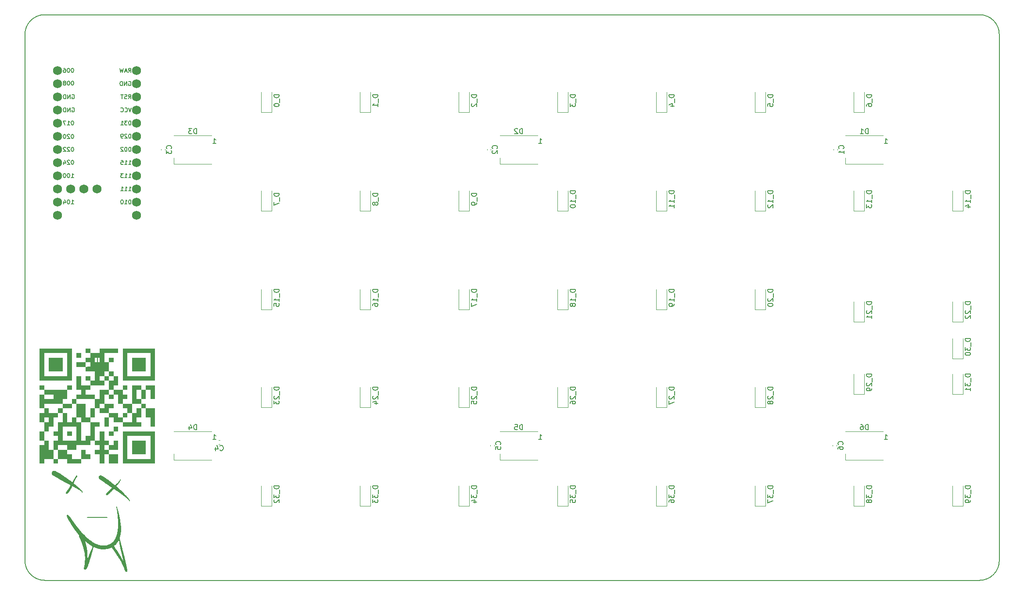
<source format=gbr>
G04 #@! TF.GenerationSoftware,KiCad,Pcbnew,(6.0.1)*
G04 #@! TF.CreationDate,2022-02-23T16:18:42+00:00*
G04 #@! TF.ProjectId,Keyboard Right Hand Side,4b657962-6f61-4726-9420-526967687420,rev?*
G04 #@! TF.SameCoordinates,Original*
G04 #@! TF.FileFunction,Legend,Bot*
G04 #@! TF.FilePolarity,Positive*
%FSLAX46Y46*%
G04 Gerber Fmt 4.6, Leading zero omitted, Abs format (unit mm)*
G04 Created by KiCad (PCBNEW (6.0.1)) date 2022-02-23 16:18:42*
%MOMM*%
%LPD*%
G01*
G04 APERTURE LIST*
G04 #@! TA.AperFunction,Profile*
%ADD10C,0.200000*%
G04 #@! TD*
%ADD11C,0.150000*%
%ADD12C,0.120000*%
%ADD13C,1.752600*%
G04 APERTURE END LIST*
D10*
X264793323Y-41276677D02*
G75*
G03*
X260983323Y-37466677I-3809999J1D01*
G01*
X260983323Y-146683323D02*
G75*
G03*
X264793323Y-142873323I1J3809999D01*
G01*
X80646677Y-37466677D02*
X260983323Y-37466677D01*
X76836677Y-142873323D02*
X76836677Y-41276677D01*
X260983323Y-146683323D02*
X80646677Y-146683323D01*
X80646677Y-37466677D02*
G75*
G03*
X76836677Y-41276677I-1J-3809999D01*
G01*
X76836677Y-142873323D02*
G75*
G03*
X80646677Y-146683323I3809999J-1D01*
G01*
X264793323Y-41276677D02*
X264793323Y-142873323D01*
D11*
X97114491Y-63036654D02*
X97038300Y-63036654D01*
X96962110Y-63074750D01*
X96924014Y-63112845D01*
X96885919Y-63189035D01*
X96847824Y-63341416D01*
X96847824Y-63531892D01*
X96885919Y-63684273D01*
X96924014Y-63760464D01*
X96962110Y-63798559D01*
X97038300Y-63836654D01*
X97114491Y-63836654D01*
X97190681Y-63798559D01*
X97228776Y-63760464D01*
X97266871Y-63684273D01*
X97304967Y-63531892D01*
X97304967Y-63341416D01*
X97266871Y-63189035D01*
X97228776Y-63112845D01*
X97190681Y-63074750D01*
X97114491Y-63036654D01*
X96352586Y-63036654D02*
X96276395Y-63036654D01*
X96200205Y-63074750D01*
X96162110Y-63112845D01*
X96124014Y-63189035D01*
X96085919Y-63341416D01*
X96085919Y-63531892D01*
X96124014Y-63684273D01*
X96162110Y-63760464D01*
X96200205Y-63798559D01*
X96276395Y-63836654D01*
X96352586Y-63836654D01*
X96428776Y-63798559D01*
X96466871Y-63760464D01*
X96504967Y-63684273D01*
X96543062Y-63531892D01*
X96543062Y-63341416D01*
X96504967Y-63189035D01*
X96466871Y-63112845D01*
X96428776Y-63074750D01*
X96352586Y-63036654D01*
X95781157Y-63112845D02*
X95743062Y-63074750D01*
X95666871Y-63036654D01*
X95476395Y-63036654D01*
X95400205Y-63074750D01*
X95362110Y-63112845D01*
X95324014Y-63189035D01*
X95324014Y-63265226D01*
X95362110Y-63379511D01*
X95819252Y-63836654D01*
X95324014Y-63836654D01*
X96803395Y-48596654D02*
X97070062Y-48215702D01*
X97260538Y-48596654D02*
X97260538Y-47796654D01*
X96955776Y-47796654D01*
X96879586Y-47834750D01*
X96841491Y-47872845D01*
X96803395Y-47949035D01*
X96803395Y-48063321D01*
X96841491Y-48139511D01*
X96879586Y-48177607D01*
X96955776Y-48215702D01*
X97260538Y-48215702D01*
X96498634Y-48368083D02*
X96117681Y-48368083D01*
X96574824Y-48596654D02*
X96308157Y-47796654D01*
X96041491Y-48596654D01*
X95851015Y-47796654D02*
X95660538Y-48596654D01*
X95508157Y-48025226D01*
X95355776Y-48596654D01*
X95165300Y-47796654D01*
X85773443Y-68916654D02*
X86230586Y-68916654D01*
X86002014Y-68916654D02*
X86002014Y-68116654D01*
X86078205Y-68230940D01*
X86154395Y-68307130D01*
X86230586Y-68345226D01*
X85278205Y-68116654D02*
X85202014Y-68116654D01*
X85125824Y-68154750D01*
X85087729Y-68192845D01*
X85049633Y-68269035D01*
X85011538Y-68421416D01*
X85011538Y-68611892D01*
X85049633Y-68764273D01*
X85087729Y-68840464D01*
X85125824Y-68878559D01*
X85202014Y-68916654D01*
X85278205Y-68916654D01*
X85354395Y-68878559D01*
X85392490Y-68840464D01*
X85430586Y-68764273D01*
X85468681Y-68611892D01*
X85468681Y-68421416D01*
X85430586Y-68269035D01*
X85392490Y-68192845D01*
X85354395Y-68154750D01*
X85278205Y-68116654D01*
X84516300Y-68116654D02*
X84440110Y-68116654D01*
X84363919Y-68154750D01*
X84325824Y-68192845D01*
X84287729Y-68269035D01*
X84249633Y-68421416D01*
X84249633Y-68611892D01*
X84287729Y-68764273D01*
X84325824Y-68840464D01*
X84363919Y-68878559D01*
X84440110Y-68916654D01*
X84516300Y-68916654D01*
X84592490Y-68878559D01*
X84630586Y-68840464D01*
X84668681Y-68764273D01*
X84706776Y-68611892D01*
X84706776Y-68421416D01*
X84668681Y-68269035D01*
X84630586Y-68192845D01*
X84592490Y-68154750D01*
X84516300Y-68116654D01*
X85925823Y-52914750D02*
X86002014Y-52876654D01*
X86116300Y-52876654D01*
X86230585Y-52914750D01*
X86306776Y-52990940D01*
X86344871Y-53067130D01*
X86382966Y-53219511D01*
X86382966Y-53333797D01*
X86344871Y-53486178D01*
X86306776Y-53562369D01*
X86230585Y-53638559D01*
X86116300Y-53676654D01*
X86040109Y-53676654D01*
X85925823Y-53638559D01*
X85887728Y-53600464D01*
X85887728Y-53333797D01*
X86040109Y-53333797D01*
X85544871Y-53676654D02*
X85544871Y-52876654D01*
X85087728Y-53676654D01*
X85087728Y-52876654D01*
X84706776Y-53676654D02*
X84706776Y-52876654D01*
X84516300Y-52876654D01*
X84402014Y-52914750D01*
X84325823Y-52990940D01*
X84287728Y-53067130D01*
X84249633Y-53219511D01*
X84249633Y-53333797D01*
X84287728Y-53486178D01*
X84325823Y-53562369D01*
X84402014Y-53638559D01*
X84516300Y-53676654D01*
X84706776Y-53676654D01*
X86040110Y-57956654D02*
X85963919Y-57956654D01*
X85887729Y-57994750D01*
X85849633Y-58032845D01*
X85811538Y-58109035D01*
X85773443Y-58261416D01*
X85773443Y-58451892D01*
X85811538Y-58604273D01*
X85849633Y-58680464D01*
X85887729Y-58718559D01*
X85963919Y-58756654D01*
X86040110Y-58756654D01*
X86116300Y-58718559D01*
X86154395Y-58680464D01*
X86192490Y-58604273D01*
X86230586Y-58451892D01*
X86230586Y-58261416D01*
X86192490Y-58109035D01*
X86154395Y-58032845D01*
X86116300Y-57994750D01*
X86040110Y-57956654D01*
X85011538Y-58756654D02*
X85468681Y-58756654D01*
X85240110Y-58756654D02*
X85240110Y-57956654D01*
X85316300Y-58070940D01*
X85392490Y-58147130D01*
X85468681Y-58185226D01*
X84744871Y-57956654D02*
X84211538Y-57956654D01*
X84554395Y-58756654D01*
X96847824Y-66376654D02*
X97304967Y-66376654D01*
X97076395Y-66376654D02*
X97076395Y-65576654D01*
X97152586Y-65690940D01*
X97228776Y-65767130D01*
X97304967Y-65805226D01*
X96085919Y-66376654D02*
X96543062Y-66376654D01*
X96314491Y-66376654D02*
X96314491Y-65576654D01*
X96390681Y-65690940D01*
X96466871Y-65767130D01*
X96543062Y-65805226D01*
X95362110Y-65576654D02*
X95743062Y-65576654D01*
X95781157Y-65957607D01*
X95743062Y-65919511D01*
X95666871Y-65881416D01*
X95476395Y-65881416D01*
X95400205Y-65919511D01*
X95362110Y-65957607D01*
X95324014Y-66033797D01*
X95324014Y-66224273D01*
X95362110Y-66300464D01*
X95400205Y-66338559D01*
X95476395Y-66376654D01*
X95666871Y-66376654D01*
X95743062Y-66338559D01*
X95781157Y-66300464D01*
X97114491Y-60496654D02*
X97038300Y-60496654D01*
X96962110Y-60534750D01*
X96924014Y-60572845D01*
X96885919Y-60649035D01*
X96847824Y-60801416D01*
X96847824Y-60991892D01*
X96885919Y-61144273D01*
X96924014Y-61220464D01*
X96962110Y-61258559D01*
X97038300Y-61296654D01*
X97114491Y-61296654D01*
X97190681Y-61258559D01*
X97228776Y-61220464D01*
X97266871Y-61144273D01*
X97304967Y-60991892D01*
X97304967Y-60801416D01*
X97266871Y-60649035D01*
X97228776Y-60572845D01*
X97190681Y-60534750D01*
X97114491Y-60496654D01*
X96543062Y-60572845D02*
X96504967Y-60534750D01*
X96428776Y-60496654D01*
X96238300Y-60496654D01*
X96162110Y-60534750D01*
X96124014Y-60572845D01*
X96085919Y-60649035D01*
X96085919Y-60725226D01*
X96124014Y-60839511D01*
X96581157Y-61296654D01*
X96085919Y-61296654D01*
X95704967Y-61296654D02*
X95552586Y-61296654D01*
X95476395Y-61258559D01*
X95438300Y-61220464D01*
X95362110Y-61106178D01*
X95324014Y-60953797D01*
X95324014Y-60649035D01*
X95362110Y-60572845D01*
X95400205Y-60534750D01*
X95476395Y-60496654D01*
X95628776Y-60496654D01*
X95704967Y-60534750D01*
X95743062Y-60572845D01*
X95781157Y-60649035D01*
X95781157Y-60839511D01*
X95743062Y-60915702D01*
X95704967Y-60953797D01*
X95628776Y-60991892D01*
X95476395Y-60991892D01*
X95400205Y-60953797D01*
X95362110Y-60915702D01*
X95324014Y-60839511D01*
X86040110Y-47796654D02*
X85963919Y-47796654D01*
X85887729Y-47834750D01*
X85849633Y-47872845D01*
X85811538Y-47949035D01*
X85773443Y-48101416D01*
X85773443Y-48291892D01*
X85811538Y-48444273D01*
X85849633Y-48520464D01*
X85887729Y-48558559D01*
X85963919Y-48596654D01*
X86040110Y-48596654D01*
X86116300Y-48558559D01*
X86154395Y-48520464D01*
X86192490Y-48444273D01*
X86230586Y-48291892D01*
X86230586Y-48101416D01*
X86192490Y-47949035D01*
X86154395Y-47872845D01*
X86116300Y-47834750D01*
X86040110Y-47796654D01*
X85278205Y-47796654D02*
X85202014Y-47796654D01*
X85125824Y-47834750D01*
X85087729Y-47872845D01*
X85049633Y-47949035D01*
X85011538Y-48101416D01*
X85011538Y-48291892D01*
X85049633Y-48444273D01*
X85087729Y-48520464D01*
X85125824Y-48558559D01*
X85202014Y-48596654D01*
X85278205Y-48596654D01*
X85354395Y-48558559D01*
X85392490Y-48520464D01*
X85430586Y-48444273D01*
X85468681Y-48291892D01*
X85468681Y-48101416D01*
X85430586Y-47949035D01*
X85392490Y-47872845D01*
X85354395Y-47834750D01*
X85278205Y-47796654D01*
X84325824Y-47796654D02*
X84478205Y-47796654D01*
X84554395Y-47834750D01*
X84592490Y-47872845D01*
X84668681Y-47987130D01*
X84706776Y-48139511D01*
X84706776Y-48444273D01*
X84668681Y-48520464D01*
X84630586Y-48558559D01*
X84554395Y-48596654D01*
X84402014Y-48596654D01*
X84325824Y-48558559D01*
X84287729Y-48520464D01*
X84249633Y-48444273D01*
X84249633Y-48253797D01*
X84287729Y-48177607D01*
X84325824Y-48139511D01*
X84402014Y-48101416D01*
X84554395Y-48101416D01*
X84630586Y-48139511D01*
X84668681Y-48177607D01*
X84706776Y-48253797D01*
X97114491Y-73196654D02*
X97038300Y-73196654D01*
X96962110Y-73234750D01*
X96924014Y-73272845D01*
X96885919Y-73349035D01*
X96847824Y-73501416D01*
X96847824Y-73691892D01*
X96885919Y-73844273D01*
X96924014Y-73920464D01*
X96962110Y-73958559D01*
X97038300Y-73996654D01*
X97114491Y-73996654D01*
X97190681Y-73958559D01*
X97228776Y-73920464D01*
X97266871Y-73844273D01*
X97304967Y-73691892D01*
X97304967Y-73501416D01*
X97266871Y-73349035D01*
X97228776Y-73272845D01*
X97190681Y-73234750D01*
X97114491Y-73196654D01*
X96085919Y-73996654D02*
X96543062Y-73996654D01*
X96314491Y-73996654D02*
X96314491Y-73196654D01*
X96390681Y-73310940D01*
X96466871Y-73387130D01*
X96543062Y-73425226D01*
X95590681Y-73196654D02*
X95514491Y-73196654D01*
X95438300Y-73234750D01*
X95400205Y-73272845D01*
X95362110Y-73349035D01*
X95324014Y-73501416D01*
X95324014Y-73691892D01*
X95362110Y-73844273D01*
X95400205Y-73920464D01*
X95438300Y-73958559D01*
X95514491Y-73996654D01*
X95590681Y-73996654D01*
X95666871Y-73958559D01*
X95704967Y-73920464D01*
X95743062Y-73844273D01*
X95781157Y-73691892D01*
X95781157Y-73501416D01*
X95743062Y-73349035D01*
X95704967Y-73272845D01*
X95666871Y-73234750D01*
X95590681Y-73196654D01*
X97381157Y-55416654D02*
X97114491Y-56216654D01*
X96847824Y-55416654D01*
X96124014Y-56140464D02*
X96162110Y-56178559D01*
X96276395Y-56216654D01*
X96352586Y-56216654D01*
X96466871Y-56178559D01*
X96543062Y-56102369D01*
X96581157Y-56026178D01*
X96619252Y-55873797D01*
X96619252Y-55759511D01*
X96581157Y-55607130D01*
X96543062Y-55530940D01*
X96466871Y-55454750D01*
X96352586Y-55416654D01*
X96276395Y-55416654D01*
X96162110Y-55454750D01*
X96124014Y-55492845D01*
X95324014Y-56140464D02*
X95362110Y-56178559D01*
X95476395Y-56216654D01*
X95552586Y-56216654D01*
X95666871Y-56178559D01*
X95743062Y-56102369D01*
X95781157Y-56026178D01*
X95819252Y-55873797D01*
X95819252Y-55759511D01*
X95781157Y-55607130D01*
X95743062Y-55530940D01*
X95666871Y-55454750D01*
X95552586Y-55416654D01*
X95476395Y-55416654D01*
X95362110Y-55454750D01*
X95324014Y-55492845D01*
X86040110Y-60566654D02*
X85963919Y-60566654D01*
X85887729Y-60604750D01*
X85849633Y-60642845D01*
X85811538Y-60719035D01*
X85773443Y-60871416D01*
X85773443Y-61061892D01*
X85811538Y-61214273D01*
X85849633Y-61290464D01*
X85887729Y-61328559D01*
X85963919Y-61366654D01*
X86040110Y-61366654D01*
X86116300Y-61328559D01*
X86154395Y-61290464D01*
X86192490Y-61214273D01*
X86230586Y-61061892D01*
X86230586Y-60871416D01*
X86192490Y-60719035D01*
X86154395Y-60642845D01*
X86116300Y-60604750D01*
X86040110Y-60566654D01*
X85468681Y-60642845D02*
X85430586Y-60604750D01*
X85354395Y-60566654D01*
X85163919Y-60566654D01*
X85087729Y-60604750D01*
X85049633Y-60642845D01*
X85011538Y-60719035D01*
X85011538Y-60795226D01*
X85049633Y-60909511D01*
X85506776Y-61366654D01*
X85011538Y-61366654D01*
X84516300Y-60566654D02*
X84440110Y-60566654D01*
X84363919Y-60604750D01*
X84325824Y-60642845D01*
X84287729Y-60719035D01*
X84249633Y-60871416D01*
X84249633Y-61061892D01*
X84287729Y-61214273D01*
X84325824Y-61290464D01*
X84363919Y-61328559D01*
X84440110Y-61366654D01*
X84516300Y-61366654D01*
X84592490Y-61328559D01*
X84630586Y-61290464D01*
X84668681Y-61214273D01*
X84706776Y-61061892D01*
X84706776Y-60871416D01*
X84668681Y-60719035D01*
X84630586Y-60642845D01*
X84592490Y-60604750D01*
X84516300Y-60566654D01*
X86040110Y-63066654D02*
X85963919Y-63066654D01*
X85887729Y-63104750D01*
X85849633Y-63142845D01*
X85811538Y-63219035D01*
X85773443Y-63371416D01*
X85773443Y-63561892D01*
X85811538Y-63714273D01*
X85849633Y-63790464D01*
X85887729Y-63828559D01*
X85963919Y-63866654D01*
X86040110Y-63866654D01*
X86116300Y-63828559D01*
X86154395Y-63790464D01*
X86192490Y-63714273D01*
X86230586Y-63561892D01*
X86230586Y-63371416D01*
X86192490Y-63219035D01*
X86154395Y-63142845D01*
X86116300Y-63104750D01*
X86040110Y-63066654D01*
X85468681Y-63142845D02*
X85430586Y-63104750D01*
X85354395Y-63066654D01*
X85163919Y-63066654D01*
X85087729Y-63104750D01*
X85049633Y-63142845D01*
X85011538Y-63219035D01*
X85011538Y-63295226D01*
X85049633Y-63409511D01*
X85506776Y-63866654D01*
X85011538Y-63866654D01*
X84706776Y-63142845D02*
X84668681Y-63104750D01*
X84592490Y-63066654D01*
X84402014Y-63066654D01*
X84325824Y-63104750D01*
X84287729Y-63142845D01*
X84249633Y-63219035D01*
X84249633Y-63295226D01*
X84287729Y-63409511D01*
X84744871Y-63866654D01*
X84249633Y-63866654D01*
X85925823Y-55454750D02*
X86002014Y-55416654D01*
X86116300Y-55416654D01*
X86230585Y-55454750D01*
X86306776Y-55530940D01*
X86344871Y-55607130D01*
X86382966Y-55759511D01*
X86382966Y-55873797D01*
X86344871Y-56026178D01*
X86306776Y-56102369D01*
X86230585Y-56178559D01*
X86116300Y-56216654D01*
X86040109Y-56216654D01*
X85925823Y-56178559D01*
X85887728Y-56140464D01*
X85887728Y-55873797D01*
X86040109Y-55873797D01*
X85544871Y-56216654D02*
X85544871Y-55416654D01*
X85087728Y-56216654D01*
X85087728Y-55416654D01*
X84706776Y-56216654D02*
X84706776Y-55416654D01*
X84516300Y-55416654D01*
X84402014Y-55454750D01*
X84325823Y-55530940D01*
X84287728Y-55607130D01*
X84249633Y-55759511D01*
X84249633Y-55873797D01*
X84287728Y-56026178D01*
X84325823Y-56102369D01*
X84402014Y-56178559D01*
X84516300Y-56216654D01*
X84706776Y-56216654D01*
X96841490Y-50374750D02*
X96917681Y-50336654D01*
X97031967Y-50336654D01*
X97146252Y-50374750D01*
X97222443Y-50450940D01*
X97260538Y-50527130D01*
X97298633Y-50679511D01*
X97298633Y-50793797D01*
X97260538Y-50946178D01*
X97222443Y-51022369D01*
X97146252Y-51098559D01*
X97031967Y-51136654D01*
X96955776Y-51136654D01*
X96841490Y-51098559D01*
X96803395Y-51060464D01*
X96803395Y-50793797D01*
X96955776Y-50793797D01*
X96460538Y-51136654D02*
X96460538Y-50336654D01*
X96003395Y-51136654D01*
X96003395Y-50336654D01*
X95622443Y-51136654D02*
X95622443Y-50336654D01*
X95431967Y-50336654D01*
X95317681Y-50374750D01*
X95241490Y-50450940D01*
X95203395Y-50527130D01*
X95165300Y-50679511D01*
X95165300Y-50793797D01*
X95203395Y-50946178D01*
X95241490Y-51022369D01*
X95317681Y-51098559D01*
X95431967Y-51136654D01*
X95622443Y-51136654D01*
X96847824Y-71456654D02*
X97304967Y-71456654D01*
X97076395Y-71456654D02*
X97076395Y-70656654D01*
X97152586Y-70770940D01*
X97228776Y-70847130D01*
X97304967Y-70885226D01*
X96085919Y-71456654D02*
X96543062Y-71456654D01*
X96314491Y-71456654D02*
X96314491Y-70656654D01*
X96390681Y-70770940D01*
X96466871Y-70847130D01*
X96543062Y-70885226D01*
X95324014Y-71456654D02*
X95781157Y-71456654D01*
X95552586Y-71456654D02*
X95552586Y-70656654D01*
X95628776Y-70770940D01*
X95704967Y-70847130D01*
X95781157Y-70885226D01*
X86040110Y-65566654D02*
X85963919Y-65566654D01*
X85887729Y-65604750D01*
X85849633Y-65642845D01*
X85811538Y-65719035D01*
X85773443Y-65871416D01*
X85773443Y-66061892D01*
X85811538Y-66214273D01*
X85849633Y-66290464D01*
X85887729Y-66328559D01*
X85963919Y-66366654D01*
X86040110Y-66366654D01*
X86116300Y-66328559D01*
X86154395Y-66290464D01*
X86192490Y-66214273D01*
X86230586Y-66061892D01*
X86230586Y-65871416D01*
X86192490Y-65719035D01*
X86154395Y-65642845D01*
X86116300Y-65604750D01*
X86040110Y-65566654D01*
X85468681Y-65642845D02*
X85430586Y-65604750D01*
X85354395Y-65566654D01*
X85163919Y-65566654D01*
X85087729Y-65604750D01*
X85049633Y-65642845D01*
X85011538Y-65719035D01*
X85011538Y-65795226D01*
X85049633Y-65909511D01*
X85506776Y-66366654D01*
X85011538Y-66366654D01*
X84325824Y-65833321D02*
X84325824Y-66366654D01*
X84516300Y-65528559D02*
X84706776Y-66099988D01*
X84211538Y-66099988D01*
X96803395Y-53676654D02*
X97070061Y-53295702D01*
X97260538Y-53676654D02*
X97260538Y-52876654D01*
X96955776Y-52876654D01*
X96879585Y-52914750D01*
X96841490Y-52952845D01*
X96803395Y-53029035D01*
X96803395Y-53143321D01*
X96841490Y-53219511D01*
X96879585Y-53257607D01*
X96955776Y-53295702D01*
X97260538Y-53295702D01*
X96498633Y-53638559D02*
X96384347Y-53676654D01*
X96193871Y-53676654D01*
X96117680Y-53638559D01*
X96079585Y-53600464D01*
X96041490Y-53524273D01*
X96041490Y-53448083D01*
X96079585Y-53371892D01*
X96117680Y-53333797D01*
X96193871Y-53295702D01*
X96346252Y-53257607D01*
X96422442Y-53219511D01*
X96460538Y-53181416D01*
X96498633Y-53105226D01*
X96498633Y-53029035D01*
X96460538Y-52952845D01*
X96422442Y-52914750D01*
X96346252Y-52876654D01*
X96155776Y-52876654D01*
X96041490Y-52914750D01*
X95812919Y-52876654D02*
X95355776Y-52876654D01*
X95584347Y-53676654D02*
X95584347Y-52876654D01*
X97114491Y-57956654D02*
X97038300Y-57956654D01*
X96962110Y-57994750D01*
X96924014Y-58032845D01*
X96885919Y-58109035D01*
X96847824Y-58261416D01*
X96847824Y-58451892D01*
X96885919Y-58604273D01*
X96924014Y-58680464D01*
X96962110Y-58718559D01*
X97038300Y-58756654D01*
X97114491Y-58756654D01*
X97190681Y-58718559D01*
X97228776Y-58680464D01*
X97266871Y-58604273D01*
X97304967Y-58451892D01*
X97304967Y-58261416D01*
X97266871Y-58109035D01*
X97228776Y-58032845D01*
X97190681Y-57994750D01*
X97114491Y-57956654D01*
X96581157Y-57956654D02*
X96085919Y-57956654D01*
X96352586Y-58261416D01*
X96238300Y-58261416D01*
X96162110Y-58299511D01*
X96124014Y-58337607D01*
X96085919Y-58413797D01*
X96085919Y-58604273D01*
X96124014Y-58680464D01*
X96162110Y-58718559D01*
X96238300Y-58756654D01*
X96466871Y-58756654D01*
X96543062Y-58718559D01*
X96581157Y-58680464D01*
X95324014Y-58756654D02*
X95781157Y-58756654D01*
X95552586Y-58756654D02*
X95552586Y-57956654D01*
X95628776Y-58070940D01*
X95704967Y-58147130D01*
X95781157Y-58185226D01*
X96847824Y-68916654D02*
X97304967Y-68916654D01*
X97076395Y-68916654D02*
X97076395Y-68116654D01*
X97152586Y-68230940D01*
X97228776Y-68307130D01*
X97304967Y-68345226D01*
X96085919Y-68916654D02*
X96543062Y-68916654D01*
X96314491Y-68916654D02*
X96314491Y-68116654D01*
X96390681Y-68230940D01*
X96466871Y-68307130D01*
X96543062Y-68345226D01*
X95819252Y-68116654D02*
X95324014Y-68116654D01*
X95590681Y-68421416D01*
X95476395Y-68421416D01*
X95400205Y-68459511D01*
X95362110Y-68497607D01*
X95324014Y-68573797D01*
X95324014Y-68764273D01*
X95362110Y-68840464D01*
X95400205Y-68878559D01*
X95476395Y-68916654D01*
X95704967Y-68916654D01*
X95781157Y-68878559D01*
X95819252Y-68840464D01*
X86040110Y-50266654D02*
X85963919Y-50266654D01*
X85887729Y-50304750D01*
X85849633Y-50342845D01*
X85811538Y-50419035D01*
X85773443Y-50571416D01*
X85773443Y-50761892D01*
X85811538Y-50914273D01*
X85849633Y-50990464D01*
X85887729Y-51028559D01*
X85963919Y-51066654D01*
X86040110Y-51066654D01*
X86116300Y-51028559D01*
X86154395Y-50990464D01*
X86192490Y-50914273D01*
X86230586Y-50761892D01*
X86230586Y-50571416D01*
X86192490Y-50419035D01*
X86154395Y-50342845D01*
X86116300Y-50304750D01*
X86040110Y-50266654D01*
X85278205Y-50266654D02*
X85202014Y-50266654D01*
X85125824Y-50304750D01*
X85087729Y-50342845D01*
X85049633Y-50419035D01*
X85011538Y-50571416D01*
X85011538Y-50761892D01*
X85049633Y-50914273D01*
X85087729Y-50990464D01*
X85125824Y-51028559D01*
X85202014Y-51066654D01*
X85278205Y-51066654D01*
X85354395Y-51028559D01*
X85392490Y-50990464D01*
X85430586Y-50914273D01*
X85468681Y-50761892D01*
X85468681Y-50571416D01*
X85430586Y-50419035D01*
X85392490Y-50342845D01*
X85354395Y-50304750D01*
X85278205Y-50266654D01*
X84554395Y-50609511D02*
X84630586Y-50571416D01*
X84668681Y-50533321D01*
X84706776Y-50457130D01*
X84706776Y-50419035D01*
X84668681Y-50342845D01*
X84630586Y-50304750D01*
X84554395Y-50266654D01*
X84402014Y-50266654D01*
X84325824Y-50304750D01*
X84287729Y-50342845D01*
X84249633Y-50419035D01*
X84249633Y-50457130D01*
X84287729Y-50533321D01*
X84325824Y-50571416D01*
X84402014Y-50609511D01*
X84554395Y-50609511D01*
X84630586Y-50647607D01*
X84668681Y-50685702D01*
X84706776Y-50761892D01*
X84706776Y-50914273D01*
X84668681Y-50990464D01*
X84630586Y-51028559D01*
X84554395Y-51066654D01*
X84402014Y-51066654D01*
X84325824Y-51028559D01*
X84287729Y-50990464D01*
X84249633Y-50914273D01*
X84249633Y-50761892D01*
X84287729Y-50685702D01*
X84325824Y-50647607D01*
X84402014Y-50609511D01*
X85773443Y-73996654D02*
X86230586Y-73996654D01*
X86002014Y-73996654D02*
X86002014Y-73196654D01*
X86078205Y-73310940D01*
X86154395Y-73387130D01*
X86230586Y-73425226D01*
X85278205Y-73196654D02*
X85202014Y-73196654D01*
X85125824Y-73234750D01*
X85087729Y-73272845D01*
X85049633Y-73349035D01*
X85011538Y-73501416D01*
X85011538Y-73691892D01*
X85049633Y-73844273D01*
X85087729Y-73920464D01*
X85125824Y-73958559D01*
X85202014Y-73996654D01*
X85278205Y-73996654D01*
X85354395Y-73958559D01*
X85392490Y-73920464D01*
X85430586Y-73844273D01*
X85468681Y-73691892D01*
X85468681Y-73501416D01*
X85430586Y-73349035D01*
X85392490Y-73272845D01*
X85354395Y-73234750D01*
X85278205Y-73196654D01*
X84325824Y-73463321D02*
X84325824Y-73996654D01*
X84516300Y-73158559D02*
X84706776Y-73729988D01*
X84211538Y-73729988D01*
X90806542Y-107421161D02*
X90806542Y-103611638D01*
X92711304Y-105516400D02*
X88901780Y-105516400D01*
X92709761Y-134547057D02*
X88900238Y-134547057D01*
X240184680Y-71479561D02*
X239184680Y-71479561D01*
X239184680Y-71717657D01*
X239232300Y-71860514D01*
X239327538Y-71955752D01*
X239422776Y-72003371D01*
X239613252Y-72050990D01*
X239756109Y-72050990D01*
X239946585Y-72003371D01*
X240041823Y-71955752D01*
X240137061Y-71860514D01*
X240184680Y-71717657D01*
X240184680Y-71479561D01*
X240279919Y-72241466D02*
X240279919Y-73003371D01*
X240184680Y-73765276D02*
X240184680Y-73193847D01*
X240184680Y-73479561D02*
X239184680Y-73479561D01*
X239327538Y-73384323D01*
X239422776Y-73289085D01*
X239470395Y-73193847D01*
X239184680Y-74098609D02*
X239184680Y-74717657D01*
X239565633Y-74384323D01*
X239565633Y-74527180D01*
X239613252Y-74622419D01*
X239660871Y-74670038D01*
X239756109Y-74717657D01*
X239994204Y-74717657D01*
X240089442Y-74670038D01*
X240137061Y-74622419D01*
X240184680Y-74527180D01*
X240184680Y-74241466D01*
X240137061Y-74146228D01*
X240089442Y-74098609D01*
X202084680Y-52905752D02*
X201084680Y-52905752D01*
X201084680Y-53143847D01*
X201132300Y-53286704D01*
X201227538Y-53381942D01*
X201322776Y-53429561D01*
X201513252Y-53477180D01*
X201656109Y-53477180D01*
X201846585Y-53429561D01*
X201941823Y-53381942D01*
X202037061Y-53286704D01*
X202084680Y-53143847D01*
X202084680Y-52905752D01*
X202179919Y-53667657D02*
X202179919Y-54429561D01*
X201418014Y-55096228D02*
X202084680Y-55096228D01*
X201037061Y-54858133D02*
X201751347Y-54620038D01*
X201751347Y-55239085D01*
X202084680Y-109402761D02*
X201084680Y-109402761D01*
X201084680Y-109640857D01*
X201132300Y-109783714D01*
X201227538Y-109878952D01*
X201322776Y-109926571D01*
X201513252Y-109974190D01*
X201656109Y-109974190D01*
X201846585Y-109926571D01*
X201941823Y-109878952D01*
X202037061Y-109783714D01*
X202084680Y-109640857D01*
X202084680Y-109402761D01*
X202179919Y-110164666D02*
X202179919Y-110926571D01*
X201179919Y-111117047D02*
X201132300Y-111164666D01*
X201084680Y-111259904D01*
X201084680Y-111498000D01*
X201132300Y-111593238D01*
X201179919Y-111640857D01*
X201275157Y-111688476D01*
X201370395Y-111688476D01*
X201513252Y-111640857D01*
X202084680Y-111069428D01*
X202084680Y-111688476D01*
X201084680Y-112021809D02*
X201084680Y-112688476D01*
X202084680Y-112259904D01*
X114466666Y-121532142D02*
X114514285Y-121579761D01*
X114657142Y-121627380D01*
X114752380Y-121627380D01*
X114895238Y-121579761D01*
X114990476Y-121484523D01*
X115038095Y-121389285D01*
X115085714Y-121198809D01*
X115085714Y-121055952D01*
X115038095Y-120865476D01*
X114990476Y-120770238D01*
X114895238Y-120675000D01*
X114752380Y-120627380D01*
X114657142Y-120627380D01*
X114514285Y-120675000D01*
X114466666Y-120722619D01*
X113609523Y-120960714D02*
X113609523Y-121627380D01*
X113847619Y-120579761D02*
X114085714Y-121294047D01*
X113466666Y-121294047D01*
X172823095Y-60452380D02*
X172823095Y-59452380D01*
X172585000Y-59452380D01*
X172442142Y-59500000D01*
X172346904Y-59595238D01*
X172299285Y-59690476D01*
X172251666Y-59880952D01*
X172251666Y-60023809D01*
X172299285Y-60214285D01*
X172346904Y-60309523D01*
X172442142Y-60404761D01*
X172585000Y-60452380D01*
X172823095Y-60452380D01*
X171870714Y-59547619D02*
X171823095Y-59500000D01*
X171727857Y-59452380D01*
X171489761Y-59452380D01*
X171394523Y-59500000D01*
X171346904Y-59547619D01*
X171299285Y-59642857D01*
X171299285Y-59738095D01*
X171346904Y-59880952D01*
X171918333Y-60452380D01*
X171299285Y-60452380D01*
X175949285Y-62352380D02*
X176520714Y-62352380D01*
X176235000Y-62352380D02*
X176235000Y-61352380D01*
X176330238Y-61495238D01*
X176425476Y-61590476D01*
X176520714Y-61638095D01*
X183034680Y-52905752D02*
X182034680Y-52905752D01*
X182034680Y-53143847D01*
X182082300Y-53286704D01*
X182177538Y-53381942D01*
X182272776Y-53429561D01*
X182463252Y-53477180D01*
X182606109Y-53477180D01*
X182796585Y-53429561D01*
X182891823Y-53381942D01*
X182987061Y-53286704D01*
X183034680Y-53143847D01*
X183034680Y-52905752D01*
X183129919Y-53667657D02*
X183129919Y-54429561D01*
X182034680Y-54572419D02*
X182034680Y-55191466D01*
X182415633Y-54858133D01*
X182415633Y-55000990D01*
X182463252Y-55096228D01*
X182510871Y-55143847D01*
X182606109Y-55191466D01*
X182844204Y-55191466D01*
X182939442Y-55143847D01*
X182987061Y-55096228D01*
X183034680Y-55000990D01*
X183034680Y-54715276D01*
X182987061Y-54620038D01*
X182939442Y-54572419D01*
X259234680Y-92892761D02*
X258234680Y-92892761D01*
X258234680Y-93130857D01*
X258282300Y-93273714D01*
X258377538Y-93368952D01*
X258472776Y-93416571D01*
X258663252Y-93464190D01*
X258806109Y-93464190D01*
X258996585Y-93416571D01*
X259091823Y-93368952D01*
X259187061Y-93273714D01*
X259234680Y-93130857D01*
X259234680Y-92892761D01*
X259329919Y-93654666D02*
X259329919Y-94416571D01*
X258329919Y-94607047D02*
X258282300Y-94654666D01*
X258234680Y-94749904D01*
X258234680Y-94988000D01*
X258282300Y-95083238D01*
X258329919Y-95130857D01*
X258425157Y-95178476D01*
X258520395Y-95178476D01*
X258663252Y-95130857D01*
X259234680Y-94559428D01*
X259234680Y-95178476D01*
X258329919Y-95559428D02*
X258282300Y-95607047D01*
X258234680Y-95702285D01*
X258234680Y-95940380D01*
X258282300Y-96035619D01*
X258329919Y-96083238D01*
X258425157Y-96130857D01*
X258520395Y-96130857D01*
X258663252Y-96083238D01*
X259234680Y-95511809D01*
X259234680Y-96130857D01*
X163984680Y-109402761D02*
X162984680Y-109402761D01*
X162984680Y-109640857D01*
X163032300Y-109783714D01*
X163127538Y-109878952D01*
X163222776Y-109926571D01*
X163413252Y-109974190D01*
X163556109Y-109974190D01*
X163746585Y-109926571D01*
X163841823Y-109878952D01*
X163937061Y-109783714D01*
X163984680Y-109640857D01*
X163984680Y-109402761D01*
X164079919Y-110164666D02*
X164079919Y-110926571D01*
X163079919Y-111117047D02*
X163032300Y-111164666D01*
X162984680Y-111259904D01*
X162984680Y-111498000D01*
X163032300Y-111593238D01*
X163079919Y-111640857D01*
X163175157Y-111688476D01*
X163270395Y-111688476D01*
X163413252Y-111640857D01*
X163984680Y-111069428D01*
X163984680Y-111688476D01*
X162984680Y-112593238D02*
X162984680Y-112117047D01*
X163460871Y-112069428D01*
X163413252Y-112117047D01*
X163365633Y-112212285D01*
X163365633Y-112450380D01*
X163413252Y-112545619D01*
X163460871Y-112593238D01*
X163556109Y-112640857D01*
X163794204Y-112640857D01*
X163889442Y-112593238D01*
X163937061Y-112545619D01*
X163984680Y-112450380D01*
X163984680Y-112212285D01*
X163937061Y-112117047D01*
X163889442Y-112069428D01*
X239498095Y-117602380D02*
X239498095Y-116602380D01*
X239260000Y-116602380D01*
X239117142Y-116650000D01*
X239021904Y-116745238D01*
X238974285Y-116840476D01*
X238926666Y-117030952D01*
X238926666Y-117173809D01*
X238974285Y-117364285D01*
X239021904Y-117459523D01*
X239117142Y-117554761D01*
X239260000Y-117602380D01*
X239498095Y-117602380D01*
X238069523Y-116602380D02*
X238260000Y-116602380D01*
X238355238Y-116650000D01*
X238402857Y-116697619D01*
X238498095Y-116840476D01*
X238545714Y-117030952D01*
X238545714Y-117411904D01*
X238498095Y-117507142D01*
X238450476Y-117554761D01*
X238355238Y-117602380D01*
X238164761Y-117602380D01*
X238069523Y-117554761D01*
X238021904Y-117507142D01*
X237974285Y-117411904D01*
X237974285Y-117173809D01*
X238021904Y-117078571D01*
X238069523Y-117030952D01*
X238164761Y-116983333D01*
X238355238Y-116983333D01*
X238450476Y-117030952D01*
X238498095Y-117078571D01*
X238545714Y-117173809D01*
X242624285Y-119502380D02*
X243195714Y-119502380D01*
X242910000Y-119502380D02*
X242910000Y-118502380D01*
X243005238Y-118645238D01*
X243100476Y-118740476D01*
X243195714Y-118788095D01*
X163984680Y-52905752D02*
X162984680Y-52905752D01*
X162984680Y-53143847D01*
X163032300Y-53286704D01*
X163127538Y-53381942D01*
X163222776Y-53429561D01*
X163413252Y-53477180D01*
X163556109Y-53477180D01*
X163746585Y-53429561D01*
X163841823Y-53381942D01*
X163937061Y-53286704D01*
X163984680Y-53143847D01*
X163984680Y-52905752D01*
X164079919Y-53667657D02*
X164079919Y-54429561D01*
X163079919Y-54620038D02*
X163032300Y-54667657D01*
X162984680Y-54762895D01*
X162984680Y-55000990D01*
X163032300Y-55096228D01*
X163079919Y-55143847D01*
X163175157Y-55191466D01*
X163270395Y-55191466D01*
X163413252Y-55143847D01*
X163984680Y-54572419D01*
X163984680Y-55191466D01*
X167887142Y-63333333D02*
X167934761Y-63285714D01*
X167982380Y-63142857D01*
X167982380Y-63047619D01*
X167934761Y-62904761D01*
X167839523Y-62809523D01*
X167744285Y-62761904D01*
X167553809Y-62714285D01*
X167410952Y-62714285D01*
X167220476Y-62761904D01*
X167125238Y-62809523D01*
X167030000Y-62904761D01*
X166982380Y-63047619D01*
X166982380Y-63142857D01*
X167030000Y-63285714D01*
X167077619Y-63333333D01*
X167077619Y-63714285D02*
X167030000Y-63761904D01*
X166982380Y-63857142D01*
X166982380Y-64095238D01*
X167030000Y-64190476D01*
X167077619Y-64238095D01*
X167172857Y-64285714D01*
X167268095Y-64285714D01*
X167410952Y-64238095D01*
X167982380Y-63666666D01*
X167982380Y-64285714D01*
X240184680Y-52905752D02*
X239184680Y-52905752D01*
X239184680Y-53143847D01*
X239232300Y-53286704D01*
X239327538Y-53381942D01*
X239422776Y-53429561D01*
X239613252Y-53477180D01*
X239756109Y-53477180D01*
X239946585Y-53429561D01*
X240041823Y-53381942D01*
X240137061Y-53286704D01*
X240184680Y-53143847D01*
X240184680Y-52905752D01*
X240279919Y-53667657D02*
X240279919Y-54429561D01*
X239184680Y-55096228D02*
X239184680Y-54905752D01*
X239232300Y-54810514D01*
X239279919Y-54762895D01*
X239422776Y-54667657D01*
X239613252Y-54620038D01*
X239994204Y-54620038D01*
X240089442Y-54667657D01*
X240137061Y-54715276D01*
X240184680Y-54810514D01*
X240184680Y-55000990D01*
X240137061Y-55096228D01*
X240089442Y-55143847D01*
X239994204Y-55191466D01*
X239756109Y-55191466D01*
X239660871Y-55143847D01*
X239613252Y-55096228D01*
X239565633Y-55000990D01*
X239565633Y-54810514D01*
X239613252Y-54715276D01*
X239660871Y-54667657D01*
X239756109Y-54620038D01*
X234717142Y-63333333D02*
X234764761Y-63285714D01*
X234812380Y-63142857D01*
X234812380Y-63047619D01*
X234764761Y-62904761D01*
X234669523Y-62809523D01*
X234574285Y-62761904D01*
X234383809Y-62714285D01*
X234240952Y-62714285D01*
X234050476Y-62761904D01*
X233955238Y-62809523D01*
X233860000Y-62904761D01*
X233812380Y-63047619D01*
X233812380Y-63142857D01*
X233860000Y-63285714D01*
X233907619Y-63333333D01*
X234812380Y-64285714D02*
X234812380Y-63714285D01*
X234812380Y-64000000D02*
X233812380Y-64000000D01*
X233955238Y-63904761D01*
X234050476Y-63809523D01*
X234098095Y-63714285D01*
X172823095Y-117602380D02*
X172823095Y-116602380D01*
X172585000Y-116602380D01*
X172442142Y-116650000D01*
X172346904Y-116745238D01*
X172299285Y-116840476D01*
X172251666Y-117030952D01*
X172251666Y-117173809D01*
X172299285Y-117364285D01*
X172346904Y-117459523D01*
X172442142Y-117554761D01*
X172585000Y-117602380D01*
X172823095Y-117602380D01*
X171346904Y-116602380D02*
X171823095Y-116602380D01*
X171870714Y-117078571D01*
X171823095Y-117030952D01*
X171727857Y-116983333D01*
X171489761Y-116983333D01*
X171394523Y-117030952D01*
X171346904Y-117078571D01*
X171299285Y-117173809D01*
X171299285Y-117411904D01*
X171346904Y-117507142D01*
X171394523Y-117554761D01*
X171489761Y-117602380D01*
X171727857Y-117602380D01*
X171823095Y-117554761D01*
X171870714Y-117507142D01*
X175949285Y-119502380D02*
X176520714Y-119502380D01*
X176235000Y-119502380D02*
X176235000Y-118502380D01*
X176330238Y-118645238D01*
X176425476Y-118740476D01*
X176520714Y-118788095D01*
X183034680Y-128452761D02*
X182034680Y-128452761D01*
X182034680Y-128690857D01*
X182082300Y-128833714D01*
X182177538Y-128928952D01*
X182272776Y-128976571D01*
X182463252Y-129024190D01*
X182606109Y-129024190D01*
X182796585Y-128976571D01*
X182891823Y-128928952D01*
X182987061Y-128833714D01*
X183034680Y-128690857D01*
X183034680Y-128452761D01*
X183129919Y-129214666D02*
X183129919Y-129976571D01*
X182034680Y-130119428D02*
X182034680Y-130738476D01*
X182415633Y-130405142D01*
X182415633Y-130548000D01*
X182463252Y-130643238D01*
X182510871Y-130690857D01*
X182606109Y-130738476D01*
X182844204Y-130738476D01*
X182939442Y-130690857D01*
X182987061Y-130643238D01*
X183034680Y-130548000D01*
X183034680Y-130262285D01*
X182987061Y-130167047D01*
X182939442Y-130119428D01*
X182034680Y-131643238D02*
X182034680Y-131167047D01*
X182510871Y-131119428D01*
X182463252Y-131167047D01*
X182415633Y-131262285D01*
X182415633Y-131500380D01*
X182463252Y-131595619D01*
X182510871Y-131643238D01*
X182606109Y-131690857D01*
X182844204Y-131690857D01*
X182939442Y-131643238D01*
X182987061Y-131595619D01*
X183034680Y-131500380D01*
X183034680Y-131262285D01*
X182987061Y-131167047D01*
X182939442Y-131119428D01*
X125884680Y-52905752D02*
X124884680Y-52905752D01*
X124884680Y-53143847D01*
X124932300Y-53286704D01*
X125027538Y-53381942D01*
X125122776Y-53429561D01*
X125313252Y-53477180D01*
X125456109Y-53477180D01*
X125646585Y-53429561D01*
X125741823Y-53381942D01*
X125837061Y-53286704D01*
X125884680Y-53143847D01*
X125884680Y-52905752D01*
X125979919Y-53667657D02*
X125979919Y-54429561D01*
X124884680Y-54858133D02*
X124884680Y-54953371D01*
X124932300Y-55048609D01*
X124979919Y-55096228D01*
X125075157Y-55143847D01*
X125265633Y-55191466D01*
X125503728Y-55191466D01*
X125694204Y-55143847D01*
X125789442Y-55096228D01*
X125837061Y-55048609D01*
X125884680Y-54953371D01*
X125884680Y-54858133D01*
X125837061Y-54762895D01*
X125789442Y-54715276D01*
X125694204Y-54667657D01*
X125503728Y-54620038D01*
X125265633Y-54620038D01*
X125075157Y-54667657D01*
X124979919Y-54715276D01*
X124932300Y-54762895D01*
X124884680Y-54858133D01*
X259234680Y-100004761D02*
X258234680Y-100004761D01*
X258234680Y-100242857D01*
X258282300Y-100385714D01*
X258377538Y-100480952D01*
X258472776Y-100528571D01*
X258663252Y-100576190D01*
X258806109Y-100576190D01*
X258996585Y-100528571D01*
X259091823Y-100480952D01*
X259187061Y-100385714D01*
X259234680Y-100242857D01*
X259234680Y-100004761D01*
X259329919Y-100766666D02*
X259329919Y-101528571D01*
X258234680Y-101671428D02*
X258234680Y-102290476D01*
X258615633Y-101957142D01*
X258615633Y-102100000D01*
X258663252Y-102195238D01*
X258710871Y-102242857D01*
X258806109Y-102290476D01*
X259044204Y-102290476D01*
X259139442Y-102242857D01*
X259187061Y-102195238D01*
X259234680Y-102100000D01*
X259234680Y-101814285D01*
X259187061Y-101719047D01*
X259139442Y-101671428D01*
X258234680Y-102909523D02*
X258234680Y-103004761D01*
X258282300Y-103100000D01*
X258329919Y-103147619D01*
X258425157Y-103195238D01*
X258615633Y-103242857D01*
X258853728Y-103242857D01*
X259044204Y-103195238D01*
X259139442Y-103147619D01*
X259187061Y-103100000D01*
X259234680Y-103004761D01*
X259234680Y-102909523D01*
X259187061Y-102814285D01*
X259139442Y-102766666D01*
X259044204Y-102719047D01*
X258853728Y-102671428D01*
X258615633Y-102671428D01*
X258425157Y-102719047D01*
X258329919Y-102766666D01*
X258282300Y-102814285D01*
X258234680Y-102909523D01*
X163984680Y-128452761D02*
X162984680Y-128452761D01*
X162984680Y-128690857D01*
X163032300Y-128833714D01*
X163127538Y-128928952D01*
X163222776Y-128976571D01*
X163413252Y-129024190D01*
X163556109Y-129024190D01*
X163746585Y-128976571D01*
X163841823Y-128928952D01*
X163937061Y-128833714D01*
X163984680Y-128690857D01*
X163984680Y-128452761D01*
X164079919Y-129214666D02*
X164079919Y-129976571D01*
X162984680Y-130119428D02*
X162984680Y-130738476D01*
X163365633Y-130405142D01*
X163365633Y-130548000D01*
X163413252Y-130643238D01*
X163460871Y-130690857D01*
X163556109Y-130738476D01*
X163794204Y-130738476D01*
X163889442Y-130690857D01*
X163937061Y-130643238D01*
X163984680Y-130548000D01*
X163984680Y-130262285D01*
X163937061Y-130167047D01*
X163889442Y-130119428D01*
X163318014Y-131595619D02*
X163984680Y-131595619D01*
X162937061Y-131357523D02*
X163651347Y-131119428D01*
X163651347Y-131738476D01*
X259234680Y-106862761D02*
X258234680Y-106862761D01*
X258234680Y-107100857D01*
X258282300Y-107243714D01*
X258377538Y-107338952D01*
X258472776Y-107386571D01*
X258663252Y-107434190D01*
X258806109Y-107434190D01*
X258996585Y-107386571D01*
X259091823Y-107338952D01*
X259187061Y-107243714D01*
X259234680Y-107100857D01*
X259234680Y-106862761D01*
X259329919Y-107624666D02*
X259329919Y-108386571D01*
X258234680Y-108529428D02*
X258234680Y-109148476D01*
X258615633Y-108815142D01*
X258615633Y-108958000D01*
X258663252Y-109053238D01*
X258710871Y-109100857D01*
X258806109Y-109148476D01*
X259044204Y-109148476D01*
X259139442Y-109100857D01*
X259187061Y-109053238D01*
X259234680Y-108958000D01*
X259234680Y-108672285D01*
X259187061Y-108577047D01*
X259139442Y-108529428D01*
X259234680Y-110100857D02*
X259234680Y-109529428D01*
X259234680Y-109815142D02*
X258234680Y-109815142D01*
X258377538Y-109719904D01*
X258472776Y-109624666D01*
X258520395Y-109529428D01*
X202084680Y-71479561D02*
X201084680Y-71479561D01*
X201084680Y-71717657D01*
X201132300Y-71860514D01*
X201227538Y-71955752D01*
X201322776Y-72003371D01*
X201513252Y-72050990D01*
X201656109Y-72050990D01*
X201846585Y-72003371D01*
X201941823Y-71955752D01*
X202037061Y-71860514D01*
X202084680Y-71717657D01*
X202084680Y-71479561D01*
X202179919Y-72241466D02*
X202179919Y-73003371D01*
X202084680Y-73765276D02*
X202084680Y-73193847D01*
X202084680Y-73479561D02*
X201084680Y-73479561D01*
X201227538Y-73384323D01*
X201322776Y-73289085D01*
X201370395Y-73193847D01*
X202084680Y-74717657D02*
X202084680Y-74146228D01*
X202084680Y-74431942D02*
X201084680Y-74431942D01*
X201227538Y-74336704D01*
X201322776Y-74241466D01*
X201370395Y-74146228D01*
X163984680Y-71955752D02*
X162984680Y-71955752D01*
X162984680Y-72193847D01*
X163032300Y-72336704D01*
X163127538Y-72431942D01*
X163222776Y-72479561D01*
X163413252Y-72527180D01*
X163556109Y-72527180D01*
X163746585Y-72479561D01*
X163841823Y-72431942D01*
X163937061Y-72336704D01*
X163984680Y-72193847D01*
X163984680Y-71955752D01*
X164079919Y-72717657D02*
X164079919Y-73479561D01*
X163984680Y-73765276D02*
X163984680Y-73955752D01*
X163937061Y-74050990D01*
X163889442Y-74098609D01*
X163746585Y-74193847D01*
X163556109Y-74241466D01*
X163175157Y-74241466D01*
X163079919Y-74193847D01*
X163032300Y-74146228D01*
X162984680Y-74050990D01*
X162984680Y-73860514D01*
X163032300Y-73765276D01*
X163079919Y-73717657D01*
X163175157Y-73670038D01*
X163413252Y-73670038D01*
X163508490Y-73717657D01*
X163556109Y-73765276D01*
X163603728Y-73860514D01*
X163603728Y-74050990D01*
X163556109Y-74146228D01*
X163508490Y-74193847D01*
X163413252Y-74241466D01*
X221134680Y-109402761D02*
X220134680Y-109402761D01*
X220134680Y-109640857D01*
X220182300Y-109783714D01*
X220277538Y-109878952D01*
X220372776Y-109926571D01*
X220563252Y-109974190D01*
X220706109Y-109974190D01*
X220896585Y-109926571D01*
X220991823Y-109878952D01*
X221087061Y-109783714D01*
X221134680Y-109640857D01*
X221134680Y-109402761D01*
X221229919Y-110164666D02*
X221229919Y-110926571D01*
X220229919Y-111117047D02*
X220182300Y-111164666D01*
X220134680Y-111259904D01*
X220134680Y-111498000D01*
X220182300Y-111593238D01*
X220229919Y-111640857D01*
X220325157Y-111688476D01*
X220420395Y-111688476D01*
X220563252Y-111640857D01*
X221134680Y-111069428D01*
X221134680Y-111688476D01*
X220563252Y-112259904D02*
X220515633Y-112164666D01*
X220468014Y-112117047D01*
X220372776Y-112069428D01*
X220325157Y-112069428D01*
X220229919Y-112117047D01*
X220182300Y-112164666D01*
X220134680Y-112259904D01*
X220134680Y-112450380D01*
X220182300Y-112545619D01*
X220229919Y-112593238D01*
X220325157Y-112640857D01*
X220372776Y-112640857D01*
X220468014Y-112593238D01*
X220515633Y-112545619D01*
X220563252Y-112450380D01*
X220563252Y-112259904D01*
X220610871Y-112164666D01*
X220658490Y-112117047D01*
X220753728Y-112069428D01*
X220944204Y-112069428D01*
X221039442Y-112117047D01*
X221087061Y-112164666D01*
X221134680Y-112259904D01*
X221134680Y-112450380D01*
X221087061Y-112545619D01*
X221039442Y-112593238D01*
X220944204Y-112640857D01*
X220753728Y-112640857D01*
X220658490Y-112593238D01*
X220610871Y-112545619D01*
X220563252Y-112450380D01*
X183034680Y-109402761D02*
X182034680Y-109402761D01*
X182034680Y-109640857D01*
X182082300Y-109783714D01*
X182177538Y-109878952D01*
X182272776Y-109926571D01*
X182463252Y-109974190D01*
X182606109Y-109974190D01*
X182796585Y-109926571D01*
X182891823Y-109878952D01*
X182987061Y-109783714D01*
X183034680Y-109640857D01*
X183034680Y-109402761D01*
X183129919Y-110164666D02*
X183129919Y-110926571D01*
X182129919Y-111117047D02*
X182082300Y-111164666D01*
X182034680Y-111259904D01*
X182034680Y-111498000D01*
X182082300Y-111593238D01*
X182129919Y-111640857D01*
X182225157Y-111688476D01*
X182320395Y-111688476D01*
X182463252Y-111640857D01*
X183034680Y-111069428D01*
X183034680Y-111688476D01*
X182034680Y-112545619D02*
X182034680Y-112355142D01*
X182082300Y-112259904D01*
X182129919Y-112212285D01*
X182272776Y-112117047D01*
X182463252Y-112069428D01*
X182844204Y-112069428D01*
X182939442Y-112117047D01*
X182987061Y-112164666D01*
X183034680Y-112259904D01*
X183034680Y-112450380D01*
X182987061Y-112545619D01*
X182939442Y-112593238D01*
X182844204Y-112640857D01*
X182606109Y-112640857D01*
X182510871Y-112593238D01*
X182463252Y-112545619D01*
X182415633Y-112450380D01*
X182415633Y-112259904D01*
X182463252Y-112164666D01*
X182510871Y-112117047D01*
X182606109Y-112069428D01*
X144934680Y-128452761D02*
X143934680Y-128452761D01*
X143934680Y-128690857D01*
X143982300Y-128833714D01*
X144077538Y-128928952D01*
X144172776Y-128976571D01*
X144363252Y-129024190D01*
X144506109Y-129024190D01*
X144696585Y-128976571D01*
X144791823Y-128928952D01*
X144887061Y-128833714D01*
X144934680Y-128690857D01*
X144934680Y-128452761D01*
X145029919Y-129214666D02*
X145029919Y-129976571D01*
X143934680Y-130119428D02*
X143934680Y-130738476D01*
X144315633Y-130405142D01*
X144315633Y-130548000D01*
X144363252Y-130643238D01*
X144410871Y-130690857D01*
X144506109Y-130738476D01*
X144744204Y-130738476D01*
X144839442Y-130690857D01*
X144887061Y-130643238D01*
X144934680Y-130548000D01*
X144934680Y-130262285D01*
X144887061Y-130167047D01*
X144839442Y-130119428D01*
X143934680Y-131071809D02*
X143934680Y-131690857D01*
X144315633Y-131357523D01*
X144315633Y-131500380D01*
X144363252Y-131595619D01*
X144410871Y-131643238D01*
X144506109Y-131690857D01*
X144744204Y-131690857D01*
X144839442Y-131643238D01*
X144887061Y-131595619D01*
X144934680Y-131500380D01*
X144934680Y-131214666D01*
X144887061Y-131119428D01*
X144839442Y-131071809D01*
X144934680Y-90529561D02*
X143934680Y-90529561D01*
X143934680Y-90767657D01*
X143982300Y-90910514D01*
X144077538Y-91005752D01*
X144172776Y-91053371D01*
X144363252Y-91100990D01*
X144506109Y-91100990D01*
X144696585Y-91053371D01*
X144791823Y-91005752D01*
X144887061Y-90910514D01*
X144934680Y-90767657D01*
X144934680Y-90529561D01*
X145029919Y-91291466D02*
X145029919Y-92053371D01*
X144934680Y-92815276D02*
X144934680Y-92243847D01*
X144934680Y-92529561D02*
X143934680Y-92529561D01*
X144077538Y-92434323D01*
X144172776Y-92339085D01*
X144220395Y-92243847D01*
X143934680Y-93672419D02*
X143934680Y-93481942D01*
X143982300Y-93386704D01*
X144029919Y-93339085D01*
X144172776Y-93243847D01*
X144363252Y-93196228D01*
X144744204Y-93196228D01*
X144839442Y-93243847D01*
X144887061Y-93291466D01*
X144934680Y-93386704D01*
X144934680Y-93577180D01*
X144887061Y-93672419D01*
X144839442Y-93720038D01*
X144744204Y-93767657D01*
X144506109Y-93767657D01*
X144410871Y-93720038D01*
X144363252Y-93672419D01*
X144315633Y-93577180D01*
X144315633Y-93386704D01*
X144363252Y-93291466D01*
X144410871Y-93243847D01*
X144506109Y-93196228D01*
X259234680Y-128452761D02*
X258234680Y-128452761D01*
X258234680Y-128690857D01*
X258282300Y-128833714D01*
X258377538Y-128928952D01*
X258472776Y-128976571D01*
X258663252Y-129024190D01*
X258806109Y-129024190D01*
X258996585Y-128976571D01*
X259091823Y-128928952D01*
X259187061Y-128833714D01*
X259234680Y-128690857D01*
X259234680Y-128452761D01*
X259329919Y-129214666D02*
X259329919Y-129976571D01*
X258234680Y-130119428D02*
X258234680Y-130738476D01*
X258615633Y-130405142D01*
X258615633Y-130548000D01*
X258663252Y-130643238D01*
X258710871Y-130690857D01*
X258806109Y-130738476D01*
X259044204Y-130738476D01*
X259139442Y-130690857D01*
X259187061Y-130643238D01*
X259234680Y-130548000D01*
X259234680Y-130262285D01*
X259187061Y-130167047D01*
X259139442Y-130119428D01*
X259234680Y-131214666D02*
X259234680Y-131405142D01*
X259187061Y-131500380D01*
X259139442Y-131548000D01*
X258996585Y-131643238D01*
X258806109Y-131690857D01*
X258425157Y-131690857D01*
X258329919Y-131643238D01*
X258282300Y-131595619D01*
X258234680Y-131500380D01*
X258234680Y-131309904D01*
X258282300Y-131214666D01*
X258329919Y-131167047D01*
X258425157Y-131119428D01*
X258663252Y-131119428D01*
X258758490Y-131167047D01*
X258806109Y-131214666D01*
X258853728Y-131309904D01*
X258853728Y-131500380D01*
X258806109Y-131595619D01*
X258758490Y-131643238D01*
X258663252Y-131690857D01*
X202084680Y-128452761D02*
X201084680Y-128452761D01*
X201084680Y-128690857D01*
X201132300Y-128833714D01*
X201227538Y-128928952D01*
X201322776Y-128976571D01*
X201513252Y-129024190D01*
X201656109Y-129024190D01*
X201846585Y-128976571D01*
X201941823Y-128928952D01*
X202037061Y-128833714D01*
X202084680Y-128690857D01*
X202084680Y-128452761D01*
X202179919Y-129214666D02*
X202179919Y-129976571D01*
X201084680Y-130119428D02*
X201084680Y-130738476D01*
X201465633Y-130405142D01*
X201465633Y-130548000D01*
X201513252Y-130643238D01*
X201560871Y-130690857D01*
X201656109Y-130738476D01*
X201894204Y-130738476D01*
X201989442Y-130690857D01*
X202037061Y-130643238D01*
X202084680Y-130548000D01*
X202084680Y-130262285D01*
X202037061Y-130167047D01*
X201989442Y-130119428D01*
X201084680Y-131595619D02*
X201084680Y-131405142D01*
X201132300Y-131309904D01*
X201179919Y-131262285D01*
X201322776Y-131167047D01*
X201513252Y-131119428D01*
X201894204Y-131119428D01*
X201989442Y-131167047D01*
X202037061Y-131214666D01*
X202084680Y-131309904D01*
X202084680Y-131500380D01*
X202037061Y-131595619D01*
X201989442Y-131643238D01*
X201894204Y-131690857D01*
X201656109Y-131690857D01*
X201560871Y-131643238D01*
X201513252Y-131595619D01*
X201465633Y-131500380D01*
X201465633Y-131309904D01*
X201513252Y-131214666D01*
X201560871Y-131167047D01*
X201656109Y-131119428D01*
X125884680Y-109402761D02*
X124884680Y-109402761D01*
X124884680Y-109640857D01*
X124932300Y-109783714D01*
X125027538Y-109878952D01*
X125122776Y-109926571D01*
X125313252Y-109974190D01*
X125456109Y-109974190D01*
X125646585Y-109926571D01*
X125741823Y-109878952D01*
X125837061Y-109783714D01*
X125884680Y-109640857D01*
X125884680Y-109402761D01*
X125979919Y-110164666D02*
X125979919Y-110926571D01*
X124979919Y-111117047D02*
X124932300Y-111164666D01*
X124884680Y-111259904D01*
X124884680Y-111498000D01*
X124932300Y-111593238D01*
X124979919Y-111640857D01*
X125075157Y-111688476D01*
X125170395Y-111688476D01*
X125313252Y-111640857D01*
X125884680Y-111069428D01*
X125884680Y-111688476D01*
X124884680Y-112021809D02*
X124884680Y-112640857D01*
X125265633Y-112307523D01*
X125265633Y-112450380D01*
X125313252Y-112545619D01*
X125360871Y-112593238D01*
X125456109Y-112640857D01*
X125694204Y-112640857D01*
X125789442Y-112593238D01*
X125837061Y-112545619D01*
X125884680Y-112450380D01*
X125884680Y-112164666D01*
X125837061Y-112069428D01*
X125789442Y-112021809D01*
X202084680Y-90529561D02*
X201084680Y-90529561D01*
X201084680Y-90767657D01*
X201132300Y-90910514D01*
X201227538Y-91005752D01*
X201322776Y-91053371D01*
X201513252Y-91100990D01*
X201656109Y-91100990D01*
X201846585Y-91053371D01*
X201941823Y-91005752D01*
X202037061Y-90910514D01*
X202084680Y-90767657D01*
X202084680Y-90529561D01*
X202179919Y-91291466D02*
X202179919Y-92053371D01*
X202084680Y-92815276D02*
X202084680Y-92243847D01*
X202084680Y-92529561D02*
X201084680Y-92529561D01*
X201227538Y-92434323D01*
X201322776Y-92339085D01*
X201370395Y-92243847D01*
X202084680Y-93291466D02*
X202084680Y-93481942D01*
X202037061Y-93577180D01*
X201989442Y-93624800D01*
X201846585Y-93720038D01*
X201656109Y-93767657D01*
X201275157Y-93767657D01*
X201179919Y-93720038D01*
X201132300Y-93672419D01*
X201084680Y-93577180D01*
X201084680Y-93386704D01*
X201132300Y-93291466D01*
X201179919Y-93243847D01*
X201275157Y-93196228D01*
X201513252Y-93196228D01*
X201608490Y-93243847D01*
X201656109Y-93291466D01*
X201703728Y-93386704D01*
X201703728Y-93577180D01*
X201656109Y-93672419D01*
X201608490Y-93720038D01*
X201513252Y-93767657D01*
X183034680Y-71479561D02*
X182034680Y-71479561D01*
X182034680Y-71717657D01*
X182082300Y-71860514D01*
X182177538Y-71955752D01*
X182272776Y-72003371D01*
X182463252Y-72050990D01*
X182606109Y-72050990D01*
X182796585Y-72003371D01*
X182891823Y-71955752D01*
X182987061Y-71860514D01*
X183034680Y-71717657D01*
X183034680Y-71479561D01*
X183129919Y-72241466D02*
X183129919Y-73003371D01*
X183034680Y-73765276D02*
X183034680Y-73193847D01*
X183034680Y-73479561D02*
X182034680Y-73479561D01*
X182177538Y-73384323D01*
X182272776Y-73289085D01*
X182320395Y-73193847D01*
X182034680Y-74384323D02*
X182034680Y-74479561D01*
X182082300Y-74574800D01*
X182129919Y-74622419D01*
X182225157Y-74670038D01*
X182415633Y-74717657D01*
X182653728Y-74717657D01*
X182844204Y-74670038D01*
X182939442Y-74622419D01*
X182987061Y-74574800D01*
X183034680Y-74479561D01*
X183034680Y-74384323D01*
X182987061Y-74289085D01*
X182939442Y-74241466D01*
X182844204Y-74193847D01*
X182653728Y-74146228D01*
X182415633Y-74146228D01*
X182225157Y-74193847D01*
X182129919Y-74241466D01*
X182082300Y-74289085D01*
X182034680Y-74384323D01*
X240184680Y-128452761D02*
X239184680Y-128452761D01*
X239184680Y-128690857D01*
X239232300Y-128833714D01*
X239327538Y-128928952D01*
X239422776Y-128976571D01*
X239613252Y-129024190D01*
X239756109Y-129024190D01*
X239946585Y-128976571D01*
X240041823Y-128928952D01*
X240137061Y-128833714D01*
X240184680Y-128690857D01*
X240184680Y-128452761D01*
X240279919Y-129214666D02*
X240279919Y-129976571D01*
X239184680Y-130119428D02*
X239184680Y-130738476D01*
X239565633Y-130405142D01*
X239565633Y-130548000D01*
X239613252Y-130643238D01*
X239660871Y-130690857D01*
X239756109Y-130738476D01*
X239994204Y-130738476D01*
X240089442Y-130690857D01*
X240137061Y-130643238D01*
X240184680Y-130548000D01*
X240184680Y-130262285D01*
X240137061Y-130167047D01*
X240089442Y-130119428D01*
X239613252Y-131309904D02*
X239565633Y-131214666D01*
X239518014Y-131167047D01*
X239422776Y-131119428D01*
X239375157Y-131119428D01*
X239279919Y-131167047D01*
X239232300Y-131214666D01*
X239184680Y-131309904D01*
X239184680Y-131500380D01*
X239232300Y-131595619D01*
X239279919Y-131643238D01*
X239375157Y-131690857D01*
X239422776Y-131690857D01*
X239518014Y-131643238D01*
X239565633Y-131595619D01*
X239613252Y-131500380D01*
X239613252Y-131309904D01*
X239660871Y-131214666D01*
X239708490Y-131167047D01*
X239803728Y-131119428D01*
X239994204Y-131119428D01*
X240089442Y-131167047D01*
X240137061Y-131214666D01*
X240184680Y-131309904D01*
X240184680Y-131500380D01*
X240137061Y-131595619D01*
X240089442Y-131643238D01*
X239994204Y-131690857D01*
X239803728Y-131690857D01*
X239708490Y-131643238D01*
X239660871Y-131595619D01*
X239613252Y-131500380D01*
X240184680Y-106862761D02*
X239184680Y-106862761D01*
X239184680Y-107100857D01*
X239232300Y-107243714D01*
X239327538Y-107338952D01*
X239422776Y-107386571D01*
X239613252Y-107434190D01*
X239756109Y-107434190D01*
X239946585Y-107386571D01*
X240041823Y-107338952D01*
X240137061Y-107243714D01*
X240184680Y-107100857D01*
X240184680Y-106862761D01*
X240279919Y-107624666D02*
X240279919Y-108386571D01*
X239279919Y-108577047D02*
X239232300Y-108624666D01*
X239184680Y-108719904D01*
X239184680Y-108958000D01*
X239232300Y-109053238D01*
X239279919Y-109100857D01*
X239375157Y-109148476D01*
X239470395Y-109148476D01*
X239613252Y-109100857D01*
X240184680Y-108529428D01*
X240184680Y-109148476D01*
X240184680Y-109624666D02*
X240184680Y-109815142D01*
X240137061Y-109910380D01*
X240089442Y-109958000D01*
X239946585Y-110053238D01*
X239756109Y-110100857D01*
X239375157Y-110100857D01*
X239279919Y-110053238D01*
X239232300Y-110005619D01*
X239184680Y-109910380D01*
X239184680Y-109719904D01*
X239232300Y-109624666D01*
X239279919Y-109577047D01*
X239375157Y-109529428D01*
X239613252Y-109529428D01*
X239708490Y-109577047D01*
X239756109Y-109624666D01*
X239803728Y-109719904D01*
X239803728Y-109910380D01*
X239756109Y-110005619D01*
X239708490Y-110053238D01*
X239613252Y-110100857D01*
X125884680Y-71955752D02*
X124884680Y-71955752D01*
X124884680Y-72193847D01*
X124932300Y-72336704D01*
X125027538Y-72431942D01*
X125122776Y-72479561D01*
X125313252Y-72527180D01*
X125456109Y-72527180D01*
X125646585Y-72479561D01*
X125741823Y-72431942D01*
X125837061Y-72336704D01*
X125884680Y-72193847D01*
X125884680Y-71955752D01*
X125979919Y-72717657D02*
X125979919Y-73479561D01*
X124884680Y-73622419D02*
X124884680Y-74289085D01*
X125884680Y-73860514D01*
X221134680Y-128452761D02*
X220134680Y-128452761D01*
X220134680Y-128690857D01*
X220182300Y-128833714D01*
X220277538Y-128928952D01*
X220372776Y-128976571D01*
X220563252Y-129024190D01*
X220706109Y-129024190D01*
X220896585Y-128976571D01*
X220991823Y-128928952D01*
X221087061Y-128833714D01*
X221134680Y-128690857D01*
X221134680Y-128452761D01*
X221229919Y-129214666D02*
X221229919Y-129976571D01*
X220134680Y-130119428D02*
X220134680Y-130738476D01*
X220515633Y-130405142D01*
X220515633Y-130548000D01*
X220563252Y-130643238D01*
X220610871Y-130690857D01*
X220706109Y-130738476D01*
X220944204Y-130738476D01*
X221039442Y-130690857D01*
X221087061Y-130643238D01*
X221134680Y-130548000D01*
X221134680Y-130262285D01*
X221087061Y-130167047D01*
X221039442Y-130119428D01*
X220134680Y-131071809D02*
X220134680Y-131738476D01*
X221134680Y-131309904D01*
X105022142Y-63333333D02*
X105069761Y-63285714D01*
X105117380Y-63142857D01*
X105117380Y-63047619D01*
X105069761Y-62904761D01*
X104974523Y-62809523D01*
X104879285Y-62761904D01*
X104688809Y-62714285D01*
X104545952Y-62714285D01*
X104355476Y-62761904D01*
X104260238Y-62809523D01*
X104165000Y-62904761D01*
X104117380Y-63047619D01*
X104117380Y-63142857D01*
X104165000Y-63285714D01*
X104212619Y-63333333D01*
X104117380Y-63666666D02*
X104117380Y-64285714D01*
X104498333Y-63952380D01*
X104498333Y-64095238D01*
X104545952Y-64190476D01*
X104593571Y-64238095D01*
X104688809Y-64285714D01*
X104926904Y-64285714D01*
X105022142Y-64238095D01*
X105069761Y-64190476D01*
X105117380Y-64095238D01*
X105117380Y-63809523D01*
X105069761Y-63714285D01*
X105022142Y-63666666D01*
X144934680Y-109402761D02*
X143934680Y-109402761D01*
X143934680Y-109640857D01*
X143982300Y-109783714D01*
X144077538Y-109878952D01*
X144172776Y-109926571D01*
X144363252Y-109974190D01*
X144506109Y-109974190D01*
X144696585Y-109926571D01*
X144791823Y-109878952D01*
X144887061Y-109783714D01*
X144934680Y-109640857D01*
X144934680Y-109402761D01*
X145029919Y-110164666D02*
X145029919Y-110926571D01*
X144029919Y-111117047D02*
X143982300Y-111164666D01*
X143934680Y-111259904D01*
X143934680Y-111498000D01*
X143982300Y-111593238D01*
X144029919Y-111640857D01*
X144125157Y-111688476D01*
X144220395Y-111688476D01*
X144363252Y-111640857D01*
X144934680Y-111069428D01*
X144934680Y-111688476D01*
X144268014Y-112545619D02*
X144934680Y-112545619D01*
X143887061Y-112307523D02*
X144601347Y-112069428D01*
X144601347Y-112688476D01*
X144934680Y-52905752D02*
X143934680Y-52905752D01*
X143934680Y-53143847D01*
X143982300Y-53286704D01*
X144077538Y-53381942D01*
X144172776Y-53429561D01*
X144363252Y-53477180D01*
X144506109Y-53477180D01*
X144696585Y-53429561D01*
X144791823Y-53381942D01*
X144887061Y-53286704D01*
X144934680Y-53143847D01*
X144934680Y-52905752D01*
X145029919Y-53667657D02*
X145029919Y-54429561D01*
X144934680Y-55191466D02*
X144934680Y-54620038D01*
X144934680Y-54905752D02*
X143934680Y-54905752D01*
X144077538Y-54810514D01*
X144172776Y-54715276D01*
X144220395Y-54620038D01*
X221134680Y-90529561D02*
X220134680Y-90529561D01*
X220134680Y-90767657D01*
X220182300Y-90910514D01*
X220277538Y-91005752D01*
X220372776Y-91053371D01*
X220563252Y-91100990D01*
X220706109Y-91100990D01*
X220896585Y-91053371D01*
X220991823Y-91005752D01*
X221087061Y-90910514D01*
X221134680Y-90767657D01*
X221134680Y-90529561D01*
X221229919Y-91291466D02*
X221229919Y-92053371D01*
X220229919Y-92243847D02*
X220182300Y-92291466D01*
X220134680Y-92386704D01*
X220134680Y-92624800D01*
X220182300Y-92720038D01*
X220229919Y-92767657D01*
X220325157Y-92815276D01*
X220420395Y-92815276D01*
X220563252Y-92767657D01*
X221134680Y-92196228D01*
X221134680Y-92815276D01*
X220134680Y-93434323D02*
X220134680Y-93529561D01*
X220182300Y-93624800D01*
X220229919Y-93672419D01*
X220325157Y-93720038D01*
X220515633Y-93767657D01*
X220753728Y-93767657D01*
X220944204Y-93720038D01*
X221039442Y-93672419D01*
X221087061Y-93624800D01*
X221134680Y-93529561D01*
X221134680Y-93434323D01*
X221087061Y-93339085D01*
X221039442Y-93291466D01*
X220944204Y-93243847D01*
X220753728Y-93196228D01*
X220515633Y-93196228D01*
X220325157Y-93243847D01*
X220229919Y-93291466D01*
X220182300Y-93339085D01*
X220134680Y-93434323D01*
X125884680Y-90529561D02*
X124884680Y-90529561D01*
X124884680Y-90767657D01*
X124932300Y-90910514D01*
X125027538Y-91005752D01*
X125122776Y-91053371D01*
X125313252Y-91100990D01*
X125456109Y-91100990D01*
X125646585Y-91053371D01*
X125741823Y-91005752D01*
X125837061Y-90910514D01*
X125884680Y-90767657D01*
X125884680Y-90529561D01*
X125979919Y-91291466D02*
X125979919Y-92053371D01*
X125884680Y-92815276D02*
X125884680Y-92243847D01*
X125884680Y-92529561D02*
X124884680Y-92529561D01*
X125027538Y-92434323D01*
X125122776Y-92339085D01*
X125170395Y-92243847D01*
X124884680Y-93720038D02*
X124884680Y-93243847D01*
X125360871Y-93196228D01*
X125313252Y-93243847D01*
X125265633Y-93339085D01*
X125265633Y-93577180D01*
X125313252Y-93672419D01*
X125360871Y-93720038D01*
X125456109Y-93767657D01*
X125694204Y-93767657D01*
X125789442Y-93720038D01*
X125837061Y-93672419D01*
X125884680Y-93577180D01*
X125884680Y-93339085D01*
X125837061Y-93243847D01*
X125789442Y-93196228D01*
X221134680Y-71479561D02*
X220134680Y-71479561D01*
X220134680Y-71717657D01*
X220182300Y-71860514D01*
X220277538Y-71955752D01*
X220372776Y-72003371D01*
X220563252Y-72050990D01*
X220706109Y-72050990D01*
X220896585Y-72003371D01*
X220991823Y-71955752D01*
X221087061Y-71860514D01*
X221134680Y-71717657D01*
X221134680Y-71479561D01*
X221229919Y-72241466D02*
X221229919Y-73003371D01*
X221134680Y-73765276D02*
X221134680Y-73193847D01*
X221134680Y-73479561D02*
X220134680Y-73479561D01*
X220277538Y-73384323D01*
X220372776Y-73289085D01*
X220420395Y-73193847D01*
X220229919Y-74146228D02*
X220182300Y-74193847D01*
X220134680Y-74289085D01*
X220134680Y-74527180D01*
X220182300Y-74622419D01*
X220229919Y-74670038D01*
X220325157Y-74717657D01*
X220420395Y-74717657D01*
X220563252Y-74670038D01*
X221134680Y-74098609D01*
X221134680Y-74717657D01*
X109958095Y-60452380D02*
X109958095Y-59452380D01*
X109720000Y-59452380D01*
X109577142Y-59500000D01*
X109481904Y-59595238D01*
X109434285Y-59690476D01*
X109386666Y-59880952D01*
X109386666Y-60023809D01*
X109434285Y-60214285D01*
X109481904Y-60309523D01*
X109577142Y-60404761D01*
X109720000Y-60452380D01*
X109958095Y-60452380D01*
X109053333Y-59452380D02*
X108434285Y-59452380D01*
X108767619Y-59833333D01*
X108624761Y-59833333D01*
X108529523Y-59880952D01*
X108481904Y-59928571D01*
X108434285Y-60023809D01*
X108434285Y-60261904D01*
X108481904Y-60357142D01*
X108529523Y-60404761D01*
X108624761Y-60452380D01*
X108910476Y-60452380D01*
X109005714Y-60404761D01*
X109053333Y-60357142D01*
X113084285Y-62352380D02*
X113655714Y-62352380D01*
X113370000Y-62352380D02*
X113370000Y-61352380D01*
X113465238Y-61495238D01*
X113560476Y-61590476D01*
X113655714Y-61638095D01*
X239498095Y-60452380D02*
X239498095Y-59452380D01*
X239260000Y-59452380D01*
X239117142Y-59500000D01*
X239021904Y-59595238D01*
X238974285Y-59690476D01*
X238926666Y-59880952D01*
X238926666Y-60023809D01*
X238974285Y-60214285D01*
X239021904Y-60309523D01*
X239117142Y-60404761D01*
X239260000Y-60452380D01*
X239498095Y-60452380D01*
X237974285Y-60452380D02*
X238545714Y-60452380D01*
X238260000Y-60452380D02*
X238260000Y-59452380D01*
X238355238Y-59595238D01*
X238450476Y-59690476D01*
X238545714Y-59738095D01*
X242624285Y-62352380D02*
X243195714Y-62352380D01*
X242910000Y-62352380D02*
X242910000Y-61352380D01*
X243005238Y-61495238D01*
X243100476Y-61590476D01*
X243195714Y-61638095D01*
X183034680Y-90529561D02*
X182034680Y-90529561D01*
X182034680Y-90767657D01*
X182082300Y-90910514D01*
X182177538Y-91005752D01*
X182272776Y-91053371D01*
X182463252Y-91100990D01*
X182606109Y-91100990D01*
X182796585Y-91053371D01*
X182891823Y-91005752D01*
X182987061Y-90910514D01*
X183034680Y-90767657D01*
X183034680Y-90529561D01*
X183129919Y-91291466D02*
X183129919Y-92053371D01*
X183034680Y-92815276D02*
X183034680Y-92243847D01*
X183034680Y-92529561D02*
X182034680Y-92529561D01*
X182177538Y-92434323D01*
X182272776Y-92339085D01*
X182320395Y-92243847D01*
X182463252Y-93386704D02*
X182415633Y-93291466D01*
X182368014Y-93243847D01*
X182272776Y-93196228D01*
X182225157Y-93196228D01*
X182129919Y-93243847D01*
X182082300Y-93291466D01*
X182034680Y-93386704D01*
X182034680Y-93577180D01*
X182082300Y-93672419D01*
X182129919Y-93720038D01*
X182225157Y-93767657D01*
X182272776Y-93767657D01*
X182368014Y-93720038D01*
X182415633Y-93672419D01*
X182463252Y-93577180D01*
X182463252Y-93386704D01*
X182510871Y-93291466D01*
X182558490Y-93243847D01*
X182653728Y-93196228D01*
X182844204Y-93196228D01*
X182939442Y-93243847D01*
X182987061Y-93291466D01*
X183034680Y-93386704D01*
X183034680Y-93577180D01*
X182987061Y-93672419D01*
X182939442Y-93720038D01*
X182844204Y-93767657D01*
X182653728Y-93767657D01*
X182558490Y-93720038D01*
X182510871Y-93672419D01*
X182463252Y-93577180D01*
X163984680Y-90529561D02*
X162984680Y-90529561D01*
X162984680Y-90767657D01*
X163032300Y-90910514D01*
X163127538Y-91005752D01*
X163222776Y-91053371D01*
X163413252Y-91100990D01*
X163556109Y-91100990D01*
X163746585Y-91053371D01*
X163841823Y-91005752D01*
X163937061Y-90910514D01*
X163984680Y-90767657D01*
X163984680Y-90529561D01*
X164079919Y-91291466D02*
X164079919Y-92053371D01*
X163984680Y-92815276D02*
X163984680Y-92243847D01*
X163984680Y-92529561D02*
X162984680Y-92529561D01*
X163127538Y-92434323D01*
X163222776Y-92339085D01*
X163270395Y-92243847D01*
X162984680Y-93148609D02*
X162984680Y-93815276D01*
X163984680Y-93386704D01*
X259234680Y-71479561D02*
X258234680Y-71479561D01*
X258234680Y-71717657D01*
X258282300Y-71860514D01*
X258377538Y-71955752D01*
X258472776Y-72003371D01*
X258663252Y-72050990D01*
X258806109Y-72050990D01*
X258996585Y-72003371D01*
X259091823Y-71955752D01*
X259187061Y-71860514D01*
X259234680Y-71717657D01*
X259234680Y-71479561D01*
X259329919Y-72241466D02*
X259329919Y-73003371D01*
X259234680Y-73765276D02*
X259234680Y-73193847D01*
X259234680Y-73479561D02*
X258234680Y-73479561D01*
X258377538Y-73384323D01*
X258472776Y-73289085D01*
X258520395Y-73193847D01*
X258568014Y-74622419D02*
X259234680Y-74622419D01*
X258187061Y-74384323D02*
X258901347Y-74146228D01*
X258901347Y-74765276D01*
X240184680Y-92892761D02*
X239184680Y-92892761D01*
X239184680Y-93130857D01*
X239232300Y-93273714D01*
X239327538Y-93368952D01*
X239422776Y-93416571D01*
X239613252Y-93464190D01*
X239756109Y-93464190D01*
X239946585Y-93416571D01*
X240041823Y-93368952D01*
X240137061Y-93273714D01*
X240184680Y-93130857D01*
X240184680Y-92892761D01*
X240279919Y-93654666D02*
X240279919Y-94416571D01*
X239279919Y-94607047D02*
X239232300Y-94654666D01*
X239184680Y-94749904D01*
X239184680Y-94988000D01*
X239232300Y-95083238D01*
X239279919Y-95130857D01*
X239375157Y-95178476D01*
X239470395Y-95178476D01*
X239613252Y-95130857D01*
X240184680Y-94559428D01*
X240184680Y-95178476D01*
X240184680Y-96130857D02*
X240184680Y-95559428D01*
X240184680Y-95845142D02*
X239184680Y-95845142D01*
X239327538Y-95749904D01*
X239422776Y-95654666D01*
X239470395Y-95559428D01*
X109958095Y-117602380D02*
X109958095Y-116602380D01*
X109720000Y-116602380D01*
X109577142Y-116650000D01*
X109481904Y-116745238D01*
X109434285Y-116840476D01*
X109386666Y-117030952D01*
X109386666Y-117173809D01*
X109434285Y-117364285D01*
X109481904Y-117459523D01*
X109577142Y-117554761D01*
X109720000Y-117602380D01*
X109958095Y-117602380D01*
X108529523Y-116935714D02*
X108529523Y-117602380D01*
X108767619Y-116554761D02*
X109005714Y-117269047D01*
X108386666Y-117269047D01*
X113084285Y-119502380D02*
X113655714Y-119502380D01*
X113370000Y-119502380D02*
X113370000Y-118502380D01*
X113465238Y-118645238D01*
X113560476Y-118740476D01*
X113655714Y-118788095D01*
X125884680Y-128452761D02*
X124884680Y-128452761D01*
X124884680Y-128690857D01*
X124932300Y-128833714D01*
X125027538Y-128928952D01*
X125122776Y-128976571D01*
X125313252Y-129024190D01*
X125456109Y-129024190D01*
X125646585Y-128976571D01*
X125741823Y-128928952D01*
X125837061Y-128833714D01*
X125884680Y-128690857D01*
X125884680Y-128452761D01*
X125979919Y-129214666D02*
X125979919Y-129976571D01*
X124884680Y-130119428D02*
X124884680Y-130738476D01*
X125265633Y-130405142D01*
X125265633Y-130548000D01*
X125313252Y-130643238D01*
X125360871Y-130690857D01*
X125456109Y-130738476D01*
X125694204Y-130738476D01*
X125789442Y-130690857D01*
X125837061Y-130643238D01*
X125884680Y-130548000D01*
X125884680Y-130262285D01*
X125837061Y-130167047D01*
X125789442Y-130119428D01*
X124979919Y-131119428D02*
X124932300Y-131167047D01*
X124884680Y-131262285D01*
X124884680Y-131500380D01*
X124932300Y-131595619D01*
X124979919Y-131643238D01*
X125075157Y-131690857D01*
X125170395Y-131690857D01*
X125313252Y-131643238D01*
X125884680Y-131071809D01*
X125884680Y-131690857D01*
X168522142Y-120483333D02*
X168569761Y-120435714D01*
X168617380Y-120292857D01*
X168617380Y-120197619D01*
X168569761Y-120054761D01*
X168474523Y-119959523D01*
X168379285Y-119911904D01*
X168188809Y-119864285D01*
X168045952Y-119864285D01*
X167855476Y-119911904D01*
X167760238Y-119959523D01*
X167665000Y-120054761D01*
X167617380Y-120197619D01*
X167617380Y-120292857D01*
X167665000Y-120435714D01*
X167712619Y-120483333D01*
X167617380Y-121388095D02*
X167617380Y-120911904D01*
X168093571Y-120864285D01*
X168045952Y-120911904D01*
X167998333Y-121007142D01*
X167998333Y-121245238D01*
X168045952Y-121340476D01*
X168093571Y-121388095D01*
X168188809Y-121435714D01*
X168426904Y-121435714D01*
X168522142Y-121388095D01*
X168569761Y-121340476D01*
X168617380Y-121245238D01*
X168617380Y-121007142D01*
X168569761Y-120911904D01*
X168522142Y-120864285D01*
X144934680Y-71955752D02*
X143934680Y-71955752D01*
X143934680Y-72193847D01*
X143982300Y-72336704D01*
X144077538Y-72431942D01*
X144172776Y-72479561D01*
X144363252Y-72527180D01*
X144506109Y-72527180D01*
X144696585Y-72479561D01*
X144791823Y-72431942D01*
X144887061Y-72336704D01*
X144934680Y-72193847D01*
X144934680Y-71955752D01*
X145029919Y-72717657D02*
X145029919Y-73479561D01*
X144363252Y-73860514D02*
X144315633Y-73765276D01*
X144268014Y-73717657D01*
X144172776Y-73670038D01*
X144125157Y-73670038D01*
X144029919Y-73717657D01*
X143982300Y-73765276D01*
X143934680Y-73860514D01*
X143934680Y-74050990D01*
X143982300Y-74146228D01*
X144029919Y-74193847D01*
X144125157Y-74241466D01*
X144172776Y-74241466D01*
X144268014Y-74193847D01*
X144315633Y-74146228D01*
X144363252Y-74050990D01*
X144363252Y-73860514D01*
X144410871Y-73765276D01*
X144458490Y-73717657D01*
X144553728Y-73670038D01*
X144744204Y-73670038D01*
X144839442Y-73717657D01*
X144887061Y-73765276D01*
X144934680Y-73860514D01*
X144934680Y-74050990D01*
X144887061Y-74146228D01*
X144839442Y-74193847D01*
X144744204Y-74241466D01*
X144553728Y-74241466D01*
X144458490Y-74193847D01*
X144410871Y-74146228D01*
X144363252Y-74050990D01*
X221134680Y-52905752D02*
X220134680Y-52905752D01*
X220134680Y-53143847D01*
X220182300Y-53286704D01*
X220277538Y-53381942D01*
X220372776Y-53429561D01*
X220563252Y-53477180D01*
X220706109Y-53477180D01*
X220896585Y-53429561D01*
X220991823Y-53381942D01*
X221087061Y-53286704D01*
X221134680Y-53143847D01*
X221134680Y-52905752D01*
X221229919Y-53667657D02*
X221229919Y-54429561D01*
X220134680Y-55143847D02*
X220134680Y-54667657D01*
X220610871Y-54620038D01*
X220563252Y-54667657D01*
X220515633Y-54762895D01*
X220515633Y-55000990D01*
X220563252Y-55096228D01*
X220610871Y-55143847D01*
X220706109Y-55191466D01*
X220944204Y-55191466D01*
X221039442Y-55143847D01*
X221087061Y-55096228D01*
X221134680Y-55000990D01*
X221134680Y-54762895D01*
X221087061Y-54667657D01*
X221039442Y-54620038D01*
X234562142Y-120483333D02*
X234609761Y-120435714D01*
X234657380Y-120292857D01*
X234657380Y-120197619D01*
X234609761Y-120054761D01*
X234514523Y-119959523D01*
X234419285Y-119911904D01*
X234228809Y-119864285D01*
X234085952Y-119864285D01*
X233895476Y-119911904D01*
X233800238Y-119959523D01*
X233705000Y-120054761D01*
X233657380Y-120197619D01*
X233657380Y-120292857D01*
X233705000Y-120435714D01*
X233752619Y-120483333D01*
X233657380Y-121340476D02*
X233657380Y-121150000D01*
X233705000Y-121054761D01*
X233752619Y-121007142D01*
X233895476Y-120911904D01*
X234085952Y-120864285D01*
X234466904Y-120864285D01*
X234562142Y-120911904D01*
X234609761Y-120959523D01*
X234657380Y-121054761D01*
X234657380Y-121245238D01*
X234609761Y-121340476D01*
X234562142Y-121388095D01*
X234466904Y-121435714D01*
X234228809Y-121435714D01*
X234133571Y-121388095D01*
X234085952Y-121340476D01*
X234038333Y-121245238D01*
X234038333Y-121054761D01*
X234085952Y-120959523D01*
X234133571Y-120911904D01*
X234228809Y-120864285D01*
G36*
X91466197Y-126408339D02*
G01*
X91504310Y-126417630D01*
X91550711Y-126434559D01*
X91608850Y-126460340D01*
X91682174Y-126496187D01*
X91774132Y-126543315D01*
X91888173Y-126602938D01*
X91931198Y-126626613D01*
X91972776Y-126651773D01*
X91997984Y-126669802D01*
X92015363Y-126682874D01*
X92037019Y-126691737D01*
X92047861Y-126695472D01*
X92077504Y-126712512D01*
X92115570Y-126738677D01*
X92140386Y-126756724D01*
X92178395Y-126783522D01*
X92203659Y-126800257D01*
X92209260Y-126803768D01*
X92238525Y-126823170D01*
X92281832Y-126852650D01*
X92332014Y-126887344D01*
X92346234Y-126897216D01*
X92400295Y-126934251D01*
X92448821Y-126966805D01*
X92482738Y-126988770D01*
X92484958Y-126990157D01*
X92530273Y-127020883D01*
X92574180Y-127053973D01*
X92598049Y-127072501D01*
X92644589Y-127106665D01*
X92693520Y-127140910D01*
X92725301Y-127162855D01*
X92780605Y-127201761D01*
X92844429Y-127247214D01*
X92908406Y-127293281D01*
X92961909Y-127331981D01*
X93014677Y-127370003D01*
X93055954Y-127399589D01*
X93079764Y-127416441D01*
X93096293Y-127428779D01*
X93132176Y-127456694D01*
X93180514Y-127494863D01*
X93235853Y-127538926D01*
X93292742Y-127584525D01*
X93345727Y-127627301D01*
X93389354Y-127662895D01*
X93418171Y-127686948D01*
X93433204Y-127699581D01*
X93466752Y-127727276D01*
X93506979Y-127760142D01*
X93526222Y-127775892D01*
X93575246Y-127816482D01*
X93632929Y-127864655D01*
X93690460Y-127913068D01*
X93723615Y-127940892D01*
X93776228Y-127984282D01*
X93821104Y-128020407D01*
X93851107Y-128043473D01*
X93879511Y-128064609D01*
X93924709Y-128098925D01*
X93980337Y-128141565D01*
X94040159Y-128187772D01*
X94045498Y-128191901D01*
X94101679Y-128234059D01*
X94150438Y-128268434D01*
X94186708Y-128291584D01*
X94205423Y-128300065D01*
X94214461Y-128296877D01*
X94244520Y-128276128D01*
X94289863Y-128238460D01*
X94347655Y-128186664D01*
X94415059Y-128123531D01*
X94489241Y-128051854D01*
X94567363Y-127974425D01*
X94646590Y-127894036D01*
X94724086Y-127813478D01*
X94797015Y-127735543D01*
X94862541Y-127663024D01*
X94917829Y-127598712D01*
X94933133Y-127580289D01*
X94979963Y-127524011D01*
X95019706Y-127476385D01*
X95048561Y-127441963D01*
X95062724Y-127425298D01*
X95065680Y-127421936D01*
X95103945Y-127375755D01*
X95145365Y-127322076D01*
X95182576Y-127270710D01*
X95208212Y-127231469D01*
X95211176Y-127226607D01*
X95242794Y-127194252D01*
X95276568Y-127184166D01*
X95305586Y-127194227D01*
X95322936Y-127222315D01*
X95321707Y-127266306D01*
X95315136Y-127288260D01*
X95293895Y-127343319D01*
X95266753Y-127402441D01*
X95239776Y-127451884D01*
X95233975Y-127461241D01*
X95211916Y-127496982D01*
X95186180Y-127538820D01*
X95175891Y-127555571D01*
X95151898Y-127594601D01*
X95135467Y-127621285D01*
X95126986Y-127634947D01*
X95064080Y-127732372D01*
X94994584Y-127834321D01*
X94922782Y-127934909D01*
X94852956Y-128028251D01*
X94789389Y-128108463D01*
X94736364Y-128169660D01*
X94710438Y-128198220D01*
X94669462Y-128245728D01*
X94637423Y-128285576D01*
X94627330Y-128298804D01*
X94603703Y-128328344D01*
X94589869Y-128343534D01*
X94579930Y-128352278D01*
X94552428Y-128382561D01*
X94522436Y-128421166D01*
X94495311Y-128460530D01*
X94476410Y-128493088D01*
X94471088Y-128511275D01*
X94471265Y-128511701D01*
X94486665Y-128530035D01*
X94518622Y-128559002D01*
X94560457Y-128592529D01*
X94680874Y-128688035D01*
X94819716Y-128805893D01*
X94976564Y-128945753D01*
X95151215Y-129107426D01*
X95343465Y-129290724D01*
X95553112Y-129495460D01*
X95779951Y-129721444D01*
X95868784Y-129810832D01*
X95976678Y-129919701D01*
X96078490Y-130022760D01*
X96172164Y-130117909D01*
X96255643Y-130203049D01*
X96326869Y-130276082D01*
X96383786Y-130334909D01*
X96424337Y-130377431D01*
X96446466Y-130401549D01*
X96480872Y-130441380D01*
X96512974Y-130478238D01*
X96533402Y-130501336D01*
X96622586Y-130602082D01*
X96731662Y-130732353D01*
X96827885Y-130855684D01*
X96910268Y-130970415D01*
X96977823Y-131074883D01*
X97029565Y-131167429D01*
X97064505Y-131246390D01*
X97081657Y-131310106D01*
X97080032Y-131356915D01*
X97058645Y-131385157D01*
X97046334Y-131391992D01*
X97024759Y-131398964D01*
X96999959Y-131395114D01*
X96960376Y-131379812D01*
X96929467Y-131364170D01*
X96913580Y-131342595D01*
X96910128Y-131305110D01*
X96909591Y-131291801D01*
X96902599Y-131258609D01*
X96885324Y-131222476D01*
X96855003Y-131179235D01*
X96808875Y-131124717D01*
X96744175Y-131054755D01*
X96728379Y-131038322D01*
X96664727Y-130975313D01*
X96591722Y-130906774D01*
X96516695Y-130839336D01*
X96446978Y-130779631D01*
X96389902Y-130734292D01*
X96373031Y-130721452D01*
X96327154Y-130684986D01*
X96281833Y-130647356D01*
X96258706Y-130627724D01*
X96226508Y-130600823D01*
X96207675Y-130585670D01*
X96204223Y-130583048D01*
X96180708Y-130564721D01*
X96142884Y-130534950D01*
X96097107Y-130498733D01*
X96084733Y-130488954D01*
X96036530Y-130451431D01*
X95995264Y-130420139D01*
X95968762Y-130401035D01*
X95947097Y-130386051D01*
X95905202Y-130356393D01*
X95850355Y-130317203D01*
X95788136Y-130272499D01*
X95724122Y-130226300D01*
X95663892Y-130182624D01*
X95613025Y-130145488D01*
X95577099Y-130118912D01*
X95555495Y-130102768D01*
X95510437Y-130069245D01*
X95454792Y-130027954D01*
X95395981Y-129984404D01*
X95350462Y-129950690D01*
X95302994Y-129915422D01*
X95268075Y-129889349D01*
X95251086Y-129876479D01*
X95235716Y-129864899D01*
X95202906Y-129840778D01*
X95161444Y-129810632D01*
X95125381Y-129784513D01*
X95082589Y-129753458D01*
X95052773Y-129731748D01*
X95049504Y-129729359D01*
X95019846Y-129707869D01*
X94988072Y-129685251D01*
X94951437Y-129659629D01*
X94907195Y-129629129D01*
X94852600Y-129591877D01*
X94784908Y-129546000D01*
X94701372Y-129489622D01*
X94599248Y-129420870D01*
X94475789Y-129337869D01*
X94475326Y-129337559D01*
X94373689Y-129269456D01*
X94278906Y-129206324D01*
X94193836Y-129150039D01*
X94121340Y-129102477D01*
X94064275Y-129065513D01*
X94025502Y-129041024D01*
X94007880Y-129030885D01*
X93998559Y-129029512D01*
X93984874Y-129033691D01*
X93965930Y-129045826D01*
X93939707Y-129067853D01*
X93904181Y-129101710D01*
X93857330Y-129149334D01*
X93797133Y-129212661D01*
X93721566Y-129293629D01*
X93628608Y-129394175D01*
X93597900Y-129427239D01*
X93504129Y-129526112D01*
X93397097Y-129636532D01*
X93282640Y-129752614D01*
X93166591Y-129868468D01*
X93054784Y-129978207D01*
X92953054Y-130075943D01*
X92868305Y-130150750D01*
X92782966Y-130211520D01*
X92707554Y-130247207D01*
X92640525Y-130258291D01*
X92580335Y-130245250D01*
X92525443Y-130208564D01*
X92509259Y-130193261D01*
X92485805Y-130164454D01*
X92475899Y-130132848D01*
X92474112Y-130085415D01*
X92474820Y-130066418D01*
X92482746Y-130014006D01*
X92497262Y-129977629D01*
X92511497Y-129949728D01*
X92519826Y-129911823D01*
X92520914Y-129905054D01*
X92535318Y-129878180D01*
X92567571Y-129837595D01*
X92619090Y-129781618D01*
X92691292Y-129708573D01*
X92708961Y-129691124D01*
X92783854Y-129617764D01*
X92866953Y-129537149D01*
X92954644Y-129452717D01*
X93043310Y-129367907D01*
X93129335Y-129286159D01*
X93209103Y-129210912D01*
X93278997Y-129145605D01*
X93335403Y-129093679D01*
X93374703Y-129058571D01*
X93406214Y-129030890D01*
X93457936Y-128984051D01*
X93510125Y-128935430D01*
X93558379Y-128889259D01*
X93598297Y-128849773D01*
X93625475Y-128821202D01*
X93635513Y-128807781D01*
X93626267Y-128796871D01*
X93600442Y-128774525D01*
X93565630Y-128746918D01*
X93529484Y-128719925D01*
X93499654Y-128699421D01*
X93483791Y-128691280D01*
X93482480Y-128690912D01*
X93463886Y-128679943D01*
X93429515Y-128656810D01*
X93385611Y-128625683D01*
X93380188Y-128621758D01*
X93332561Y-128587370D01*
X93291733Y-128558033D01*
X93266032Y-128539730D01*
X93263577Y-128538001D01*
X93232303Y-128515714D01*
X93185977Y-128482451D01*
X93132066Y-128443598D01*
X93078038Y-128404546D01*
X93031360Y-128370683D01*
X92999501Y-128347397D01*
X92969706Y-128325938D01*
X92932316Y-128300065D01*
X92930535Y-128298867D01*
X92901134Y-128278495D01*
X92857807Y-128247866D01*
X92809257Y-128213129D01*
X92783687Y-128194736D01*
X92723574Y-128151692D01*
X92668962Y-128112994D01*
X92613945Y-128074532D01*
X92552620Y-128032194D01*
X92479082Y-127981870D01*
X92387426Y-127919449D01*
X92376449Y-127911983D01*
X92298016Y-127858639D01*
X92238137Y-127817942D01*
X92191986Y-127786641D01*
X92154736Y-127761485D01*
X92121560Y-127739222D01*
X92087631Y-127716600D01*
X92048122Y-127690369D01*
X91998206Y-127657277D01*
X91973782Y-127641083D01*
X91910288Y-127598884D01*
X91861562Y-127566166D01*
X91820469Y-127537994D01*
X91779874Y-127509434D01*
X91732641Y-127475551D01*
X91671635Y-127431409D01*
X91626626Y-127398911D01*
X91576703Y-127363152D01*
X91538529Y-127336139D01*
X91517945Y-127322028D01*
X91420544Y-127259493D01*
X91317895Y-127191647D01*
X91236007Y-127133911D01*
X91172560Y-127083664D01*
X91125234Y-127038288D01*
X91091710Y-126995164D01*
X91069669Y-126951672D01*
X91056790Y-126905192D01*
X91050753Y-126853107D01*
X91049240Y-126792796D01*
X91049443Y-126755113D01*
X91051845Y-126704483D01*
X91058825Y-126667745D01*
X91072687Y-126635210D01*
X91095734Y-126597188D01*
X91105259Y-126583202D01*
X91174454Y-126509183D01*
X91261368Y-126451656D01*
X91357890Y-126416220D01*
X91367104Y-126414153D01*
X91401042Y-126407815D01*
X91432924Y-126405472D01*
X91466197Y-126408339D01*
G37*
G36*
X82615133Y-125541207D02*
G01*
X82708378Y-125575862D01*
X82745156Y-125594172D01*
X82799099Y-125620570D01*
X82855365Y-125647754D01*
X82905991Y-125672711D01*
X82966369Y-125703856D01*
X83014749Y-125730236D01*
X83036981Y-125742756D01*
X83095914Y-125774817D01*
X83152398Y-125804342D01*
X83180303Y-125818933D01*
X83227097Y-125845062D01*
X83261069Y-125866070D01*
X83293705Y-125885109D01*
X83333517Y-125901989D01*
X83345720Y-125906630D01*
X83384825Y-125927115D01*
X83426930Y-125954603D01*
X83446386Y-125968285D01*
X83478242Y-125988352D01*
X83496043Y-125996243D01*
X83503948Y-125998676D01*
X83531700Y-126012898D01*
X83569258Y-126035606D01*
X83585597Y-126045983D01*
X83637066Y-126077662D01*
X83682527Y-126104430D01*
X83735018Y-126135188D01*
X83814427Y-126185338D01*
X83904716Y-126246503D01*
X84011576Y-126322453D01*
X84059924Y-126357141D01*
X84127838Y-126405170D01*
X84190604Y-126448848D01*
X84239107Y-126481791D01*
X84253825Y-126491665D01*
X84311627Y-126531574D01*
X84377365Y-126578210D01*
X84439488Y-126623412D01*
X84463911Y-126641381D01*
X84520174Y-126682155D01*
X84570442Y-126717814D01*
X84606116Y-126742227D01*
X84612396Y-126746384D01*
X84653521Y-126774408D01*
X84706234Y-126811173D01*
X84760727Y-126849854D01*
X84772047Y-126857968D01*
X84874858Y-126931459D01*
X84954993Y-126988322D01*
X85013090Y-127029010D01*
X85049788Y-127053973D01*
X85051754Y-127055275D01*
X85081577Y-127075682D01*
X85125291Y-127106260D01*
X85174170Y-127140910D01*
X85203206Y-127161572D01*
X85264637Y-127205080D01*
X85333568Y-127253712D01*
X85399842Y-127300293D01*
X85438874Y-127327745D01*
X85507579Y-127376371D01*
X85572617Y-127422732D01*
X85623935Y-127459677D01*
X85628072Y-127462680D01*
X85676353Y-127497421D01*
X85718781Y-127527470D01*
X85746592Y-127546614D01*
X85757050Y-127553706D01*
X85795641Y-127582008D01*
X85848223Y-127623306D01*
X85918706Y-127680641D01*
X85931256Y-127690589D01*
X85962239Y-127711967D01*
X85981317Y-127720487D01*
X85989093Y-127713893D01*
X86008423Y-127686223D01*
X86034729Y-127641939D01*
X86064644Y-127586460D01*
X86082667Y-127552089D01*
X86117750Y-127487694D01*
X86150403Y-127430602D01*
X86175373Y-127390126D01*
X86190616Y-127366697D01*
X86209528Y-127335400D01*
X86216916Y-127319726D01*
X86217857Y-127317085D01*
X86229664Y-127294703D01*
X86252879Y-127253899D01*
X86284813Y-127199345D01*
X86322780Y-127135712D01*
X86335490Y-127114556D01*
X86373233Y-127051307D01*
X86405050Y-126997368D01*
X86427913Y-126957899D01*
X86438793Y-126938057D01*
X86439000Y-126937619D01*
X86452236Y-126914428D01*
X86476379Y-126875632D01*
X86506359Y-126829386D01*
X86539196Y-126778992D01*
X86582745Y-126710869D01*
X86621995Y-126648268D01*
X86653736Y-126597915D01*
X86710899Y-126513872D01*
X86758356Y-126454532D01*
X86797222Y-126418580D01*
X86828611Y-126404702D01*
X86853700Y-126405297D01*
X86872934Y-126416763D01*
X86885673Y-126442858D01*
X86892899Y-126487140D01*
X86895591Y-126553169D01*
X86894732Y-126644504D01*
X86890676Y-126829386D01*
X86850546Y-126833999D01*
X86829756Y-126834531D01*
X86807813Y-126823111D01*
X86789533Y-126790530D01*
X86785054Y-126780788D01*
X86773139Y-126761883D01*
X86768083Y-126765744D01*
X86763810Y-126781690D01*
X86748668Y-126819742D01*
X86725192Y-126872086D01*
X86696122Y-126932373D01*
X86674812Y-126975491D01*
X86641869Y-127043308D01*
X86613029Y-127103982D01*
X86592775Y-127148154D01*
X86587115Y-127160907D01*
X86563100Y-127214179D01*
X86533554Y-127278877D01*
X86503601Y-127343762D01*
X86495546Y-127361103D01*
X86453960Y-127450844D01*
X86422421Y-127519380D01*
X86398973Y-127571016D01*
X86381658Y-127610053D01*
X86368520Y-127640795D01*
X86352316Y-127679637D01*
X86335294Y-127720487D01*
X86328802Y-127736018D01*
X86310716Y-127779034D01*
X86290300Y-127827378D01*
X86279553Y-127854197D01*
X86265774Y-127894471D01*
X86260385Y-127919386D01*
X86271317Y-127943297D01*
X86301837Y-127979249D01*
X86347527Y-128022422D01*
X86403969Y-128068234D01*
X86414732Y-128076492D01*
X86454298Y-128107713D01*
X86504655Y-128148223D01*
X86557537Y-128191394D01*
X86569167Y-128200963D01*
X86632566Y-128253051D01*
X86698768Y-128307347D01*
X86755190Y-128353530D01*
X86758298Y-128356073D01*
X86812154Y-128400919D01*
X86865721Y-128446719D01*
X86907835Y-128483935D01*
X86931703Y-128505513D01*
X86972209Y-128541543D01*
X87002880Y-128568120D01*
X87020844Y-128583335D01*
X87077409Y-128632013D01*
X87142115Y-128688532D01*
X87209949Y-128748432D01*
X87275897Y-128807248D01*
X87334946Y-128860518D01*
X87382084Y-128903781D01*
X87412296Y-128932572D01*
X87450718Y-128971558D01*
X87512425Y-129035765D01*
X87580143Y-129107634D01*
X87649512Y-129182416D01*
X87716170Y-129255366D01*
X87775755Y-129321737D01*
X87823906Y-129376781D01*
X87856261Y-129415753D01*
X87857434Y-129417249D01*
X87889546Y-129457734D01*
X87914535Y-129488392D01*
X87927080Y-129502689D01*
X87944801Y-129523094D01*
X87971235Y-129570351D01*
X87991212Y-129624699D01*
X87999118Y-129672876D01*
X87997650Y-129701677D01*
X87985452Y-129737431D01*
X87956014Y-129758704D01*
X87903519Y-129771493D01*
X87867354Y-129774024D01*
X87829250Y-129762819D01*
X87813657Y-129734145D01*
X87821579Y-129689015D01*
X87828522Y-129667398D01*
X87827585Y-129646410D01*
X87812200Y-129624313D01*
X87778472Y-129592372D01*
X87754741Y-129570959D01*
X87722511Y-129541672D01*
X87703330Y-129523971D01*
X87663837Y-129489845D01*
X87595572Y-129437670D01*
X87509337Y-129376610D01*
X87409285Y-129309336D01*
X87299573Y-129238521D01*
X87184354Y-129166837D01*
X87067783Y-129096958D01*
X86954016Y-129031556D01*
X86847207Y-128973302D01*
X86838049Y-128968438D01*
X86787452Y-128940438D01*
X86746350Y-128915919D01*
X86722906Y-128899715D01*
X86707779Y-128888178D01*
X86689211Y-128879643D01*
X86687633Y-128879360D01*
X86666649Y-128870058D01*
X86629028Y-128850260D01*
X86581681Y-128823567D01*
X86508612Y-128782005D01*
X86413879Y-128729516D01*
X86309110Y-128672587D01*
X86202427Y-128615670D01*
X86187676Y-128607814D01*
X86138012Y-128580875D01*
X86087855Y-128553145D01*
X86065718Y-128541561D01*
X86025211Y-128524228D01*
X85997499Y-128517407D01*
X85993724Y-128518095D01*
X85978897Y-128529884D01*
X85958369Y-128558209D01*
X85930644Y-128605564D01*
X85894225Y-128674446D01*
X85847615Y-128767350D01*
X85845831Y-128770962D01*
X85806704Y-128849924D01*
X85771401Y-128920657D01*
X85742161Y-128978715D01*
X85721221Y-129019654D01*
X85710820Y-129039027D01*
X85703498Y-129051168D01*
X85682952Y-129085734D01*
X85654113Y-129134532D01*
X85620766Y-129191166D01*
X85602650Y-129221494D01*
X85560596Y-129289089D01*
X85519168Y-129352526D01*
X85485170Y-129401263D01*
X85454561Y-129442892D01*
X85424547Y-129484212D01*
X85404997Y-129511707D01*
X85376723Y-129551536D01*
X85305899Y-129643299D01*
X85231656Y-129729932D01*
X85158581Y-129806508D01*
X85091262Y-129868100D01*
X85034287Y-129909781D01*
X85005101Y-129925155D01*
X84934322Y-129946313D01*
X84868011Y-129945451D01*
X84811039Y-129923994D01*
X84768274Y-129883367D01*
X84744586Y-129824995D01*
X84742471Y-129803076D01*
X84748770Y-129740695D01*
X84768022Y-129670006D01*
X84797006Y-129601276D01*
X84832499Y-129544775D01*
X84850342Y-129522220D01*
X84889661Y-129471289D01*
X84927356Y-129421214D01*
X84949824Y-129391242D01*
X84976482Y-129356772D01*
X84992746Y-129337127D01*
X85009620Y-129316694D01*
X85032722Y-129285348D01*
X85045059Y-129268075D01*
X85074718Y-129227744D01*
X85107680Y-129183922D01*
X85118494Y-129169600D01*
X85176336Y-129089867D01*
X85241108Y-128996400D01*
X85308784Y-128895374D01*
X85375339Y-128792961D01*
X85436749Y-128695336D01*
X85488989Y-128608671D01*
X85528035Y-128539141D01*
X85529420Y-128536521D01*
X85560840Y-128478234D01*
X85592097Y-128422037D01*
X85616618Y-128379757D01*
X85651640Y-128321799D01*
X85611888Y-128289270D01*
X85608351Y-128286439D01*
X85576027Y-128265350D01*
X85551543Y-128256669D01*
X85536277Y-128253234D01*
X85508074Y-128236462D01*
X85491881Y-128225297D01*
X85453625Y-128202676D01*
X85400991Y-128173540D01*
X85340305Y-128141470D01*
X85289729Y-128115239D01*
X85235647Y-128086942D01*
X85194888Y-128065331D01*
X85173676Y-128053687D01*
X85149212Y-128040215D01*
X85113171Y-128021896D01*
X85097523Y-128014198D01*
X85047191Y-127988951D01*
X84982964Y-127956330D01*
X84912800Y-127920415D01*
X84844653Y-127885287D01*
X84786481Y-127855026D01*
X84746238Y-127833712D01*
X84732041Y-127826064D01*
X84690090Y-127803753D01*
X84659301Y-127787770D01*
X84559984Y-127737226D01*
X84466555Y-127688676D01*
X84385604Y-127645571D01*
X84321657Y-127610323D01*
X84279241Y-127585341D01*
X84257472Y-127571990D01*
X84224874Y-127553762D01*
X84207572Y-127546614D01*
X84203470Y-127545576D01*
X84179776Y-127533585D01*
X84145704Y-127512482D01*
X84129564Y-127501953D01*
X84079462Y-127470399D01*
X84029010Y-127439804D01*
X84005486Y-127425866D01*
X83966768Y-127402784D01*
X83942073Y-127387877D01*
X83937635Y-127385206D01*
X83910063Y-127369019D01*
X83864360Y-127342438D01*
X83805691Y-127308459D01*
X83739221Y-127270083D01*
X83720297Y-127259156D01*
X83651229Y-127218988D01*
X83588552Y-127182124D01*
X83538521Y-127152259D01*
X83507390Y-127133088D01*
X83441681Y-127091154D01*
X83382074Y-127054092D01*
X83326432Y-127021005D01*
X83267318Y-126987591D01*
X83197296Y-126949548D01*
X83108930Y-126902574D01*
X83069502Y-126881287D01*
X83008050Y-126847140D01*
X82949546Y-126813742D01*
X82905216Y-126788463D01*
X82843101Y-126754187D01*
X82790162Y-126726133D01*
X82762691Y-126711940D01*
X82712789Y-126685605D01*
X82674247Y-126664605D01*
X82671120Y-126662847D01*
X82634664Y-126642438D01*
X82584093Y-126614213D01*
X82529352Y-126583724D01*
X82521803Y-126579521D01*
X82406082Y-126514153D01*
X82312909Y-126459021D01*
X82239085Y-126411576D01*
X82181411Y-126369271D01*
X82136688Y-126329558D01*
X82101719Y-126289890D01*
X82073305Y-126247719D01*
X82048247Y-126200497D01*
X82033666Y-126168294D01*
X82018375Y-126121746D01*
X82010988Y-126070897D01*
X82009067Y-126003488D01*
X82011110Y-125952011D01*
X82031837Y-125846510D01*
X82076824Y-125752730D01*
X82148429Y-125664940D01*
X82163242Y-125650353D01*
X82230455Y-125595928D01*
X82303735Y-125558571D01*
X82394325Y-125532214D01*
X82416815Y-125528040D01*
X82513965Y-125524713D01*
X82615133Y-125541207D01*
G37*
G36*
X96270862Y-143128357D02*
G01*
X96291061Y-143213540D01*
X96315331Y-143311132D01*
X96326168Y-143355673D01*
X96341927Y-143423200D01*
X96360360Y-143503959D01*
X96379720Y-143590173D01*
X96398262Y-143674065D01*
X96414241Y-143747857D01*
X96425910Y-143803773D01*
X96435547Y-143851187D01*
X96452675Y-143933988D01*
X96471610Y-144024229D01*
X96490830Y-144114742D01*
X96508808Y-144198363D01*
X96524022Y-144267925D01*
X96534946Y-144316264D01*
X96540661Y-144342130D01*
X96553223Y-144406330D01*
X96563686Y-144468403D01*
X96567858Y-144495673D01*
X96579030Y-144565527D01*
X96589822Y-144629672D01*
X96595320Y-144668196D01*
X96601790Y-144737406D01*
X96604718Y-144803545D01*
X96603775Y-144837156D01*
X96586420Y-144922735D01*
X96547722Y-144989708D01*
X96488192Y-145037047D01*
X96482033Y-145040234D01*
X96411226Y-145062332D01*
X96342556Y-145055768D01*
X96274224Y-145020403D01*
X96254056Y-145004354D01*
X96219308Y-144969377D01*
X96199242Y-144938818D01*
X96182834Y-144903861D01*
X96158426Y-144863233D01*
X96142532Y-144834555D01*
X96121376Y-144785856D01*
X96101674Y-144731098D01*
X96085329Y-144680783D01*
X96059659Y-144603408D01*
X96032580Y-144523281D01*
X96006179Y-144446461D01*
X95982544Y-144379004D01*
X95963760Y-144326970D01*
X95951915Y-144296414D01*
X95951561Y-144295593D01*
X95920971Y-144223876D01*
X95897074Y-144165625D01*
X95874622Y-144108052D01*
X95868154Y-144091293D01*
X95847938Y-144040551D01*
X95830724Y-143999381D01*
X95822736Y-143981110D01*
X95802157Y-143934045D01*
X95780041Y-143883465D01*
X95767952Y-143855663D01*
X95749099Y-143811705D01*
X95736710Y-143782039D01*
X95735539Y-143779157D01*
X95715031Y-143732650D01*
X95684119Y-143666920D01*
X95645740Y-143587841D01*
X95602829Y-143501285D01*
X95558323Y-143413125D01*
X95515159Y-143329235D01*
X95476271Y-143255487D01*
X95444596Y-143197753D01*
X95411983Y-143139650D01*
X95384845Y-143090144D01*
X95366498Y-143055341D01*
X95359757Y-143040457D01*
X95359672Y-143039986D01*
X95351166Y-143022997D01*
X95330745Y-142986763D01*
X95301263Y-142936256D01*
X95265576Y-142876449D01*
X95261652Y-142869929D01*
X95226456Y-142810702D01*
X95197774Y-142761145D01*
X95178466Y-142726279D01*
X95171394Y-142711126D01*
X95171088Y-142709830D01*
X95160332Y-142690919D01*
X95137294Y-142656352D01*
X95106192Y-142612511D01*
X95100197Y-142604217D01*
X95070145Y-142560769D01*
X95048989Y-142527053D01*
X95040989Y-142509783D01*
X95040770Y-142507987D01*
X95030115Y-142486501D01*
X95008388Y-142456129D01*
X94992596Y-142434872D01*
X94962335Y-142389553D01*
X94932319Y-142340339D01*
X94913201Y-142308457D01*
X94882054Y-142260306D01*
X94856249Y-142224550D01*
X94851975Y-142219175D01*
X94831838Y-142191809D01*
X94823648Y-142176966D01*
X94821905Y-142173381D01*
X94807396Y-142149756D01*
X94780086Y-142107277D01*
X94742276Y-142049474D01*
X94696267Y-141979874D01*
X94644361Y-141902009D01*
X94620072Y-141865671D01*
X94570005Y-141790480D01*
X94526535Y-141724812D01*
X94492054Y-141672299D01*
X94468953Y-141636575D01*
X94459621Y-141621272D01*
X94453023Y-141609764D01*
X94433309Y-141578578D01*
X94404763Y-141534686D01*
X94371487Y-141484257D01*
X94337579Y-141433460D01*
X94307142Y-141388467D01*
X94284273Y-141355446D01*
X94273075Y-141340567D01*
X94270064Y-141336859D01*
X94253044Y-141313088D01*
X94224180Y-141271430D01*
X94186390Y-141216191D01*
X94142591Y-141151676D01*
X94095701Y-141082188D01*
X94048636Y-141012032D01*
X94004313Y-140945513D01*
X93965651Y-140886935D01*
X93953943Y-140869130D01*
X93922783Y-140822253D01*
X93898469Y-140786411D01*
X93885479Y-140768234D01*
X93874046Y-140752031D01*
X93847158Y-140711416D01*
X93805238Y-140646836D01*
X93748160Y-140558098D01*
X93675800Y-140445010D01*
X93653905Y-140409608D01*
X93628337Y-140366152D01*
X93627884Y-140365358D01*
X93606984Y-140337750D01*
X93588205Y-140326306D01*
X93575873Y-140329659D01*
X93541131Y-140343576D01*
X93491361Y-140365805D01*
X93432816Y-140393637D01*
X93366107Y-140426046D01*
X93304719Y-140454998D01*
X93254568Y-140476988D01*
X93207716Y-140495284D01*
X93156226Y-140513154D01*
X93092159Y-140533865D01*
X92975813Y-140569537D01*
X92852573Y-140603237D01*
X92749913Y-140625920D01*
X92664720Y-140638348D01*
X92618538Y-140643681D01*
X92564868Y-140651817D01*
X92527070Y-140659773D01*
X92510922Y-140663153D01*
X92472447Y-140668034D01*
X92414272Y-140673059D01*
X92334543Y-140678345D01*
X92231406Y-140684012D01*
X92103007Y-140690179D01*
X91947493Y-140696966D01*
X91928138Y-140697594D01*
X91849792Y-140697552D01*
X91760069Y-140694430D01*
X91665694Y-140688764D01*
X91573394Y-140681092D01*
X91489894Y-140671949D01*
X91421921Y-140661872D01*
X91376201Y-140651397D01*
X91360221Y-140646583D01*
X91310370Y-140635154D01*
X91270200Y-140630584D01*
X91236305Y-140627132D01*
X91202212Y-140616591D01*
X91187338Y-140610532D01*
X91147140Y-140599028D01*
X91098116Y-140588512D01*
X90995681Y-140567458D01*
X90909805Y-140544173D01*
X90848743Y-140520527D01*
X90811312Y-140506757D01*
X90771286Y-140500179D01*
X90737645Y-140495081D01*
X90696391Y-140479776D01*
X90685185Y-140474381D01*
X90644762Y-140457501D01*
X90589356Y-140436293D01*
X90527527Y-140414086D01*
X90499212Y-140404097D01*
X90438612Y-140381719D01*
X90387992Y-140361739D01*
X90356102Y-140347553D01*
X90355865Y-140347431D01*
X90322571Y-140332507D01*
X90299922Y-140326306D01*
X90299244Y-140326270D01*
X90277907Y-140319387D01*
X90239215Y-140302907D01*
X90191037Y-140280165D01*
X90136418Y-140255675D01*
X90093707Y-140245456D01*
X90066324Y-140255256D01*
X90049800Y-140286911D01*
X90039660Y-140342254D01*
X90035840Y-140369462D01*
X90025752Y-140426052D01*
X90015146Y-140471115D01*
X90012061Y-140482169D01*
X90000947Y-140524496D01*
X89985383Y-140585730D01*
X89966992Y-140659455D01*
X89947393Y-140739255D01*
X89937804Y-140778274D01*
X89919109Y-140852443D01*
X89902603Y-140915515D01*
X89889795Y-140961791D01*
X89882193Y-140985576D01*
X89878743Y-140994681D01*
X89867015Y-141033230D01*
X89855376Y-141079757D01*
X89843556Y-141130779D01*
X89825230Y-141203612D01*
X89808276Y-141264154D01*
X89794864Y-141304344D01*
X89793210Y-141308779D01*
X89782778Y-141341586D01*
X89768367Y-141391373D01*
X89752576Y-141449238D01*
X89749410Y-141461117D01*
X89732865Y-141521282D01*
X89717647Y-141573864D01*
X89706703Y-141608622D01*
X89692890Y-141653530D01*
X89680313Y-141702803D01*
X89679100Y-141708138D01*
X89668576Y-141750498D01*
X89653412Y-141807871D01*
X89636457Y-141869432D01*
X89634040Y-141878069D01*
X89616683Y-141942767D01*
X89601316Y-142004143D01*
X89591022Y-142049953D01*
X89587053Y-142067831D01*
X89575257Y-142106742D01*
X89563851Y-142128921D01*
X89554712Y-142146497D01*
X89549400Y-142180231D01*
X89543443Y-142216815D01*
X89527666Y-142258681D01*
X89512605Y-142295573D01*
X89506021Y-142328458D01*
X89502611Y-142351723D01*
X89488994Y-142388382D01*
X89488587Y-142389148D01*
X89473660Y-142426278D01*
X89461437Y-142470744D01*
X89449561Y-142518545D01*
X89435050Y-142564926D01*
X89427244Y-142587872D01*
X89411788Y-142635382D01*
X89407276Y-142649507D01*
X89390991Y-142700485D01*
X89366570Y-142777803D01*
X89340241Y-142861959D01*
X89315483Y-142941352D01*
X89287839Y-143029464D01*
X89266074Y-143097899D01*
X89248669Y-143151297D01*
X89234103Y-143194297D01*
X89220858Y-143231539D01*
X89207416Y-143267664D01*
X89202770Y-143280304D01*
X89187625Y-143323038D01*
X89166435Y-143383967D01*
X89141340Y-143456918D01*
X89114478Y-143535718D01*
X89086708Y-143617005D01*
X89047759Y-143728833D01*
X89014190Y-143822429D01*
X88986864Y-143895451D01*
X88966643Y-143945556D01*
X88954391Y-143970402D01*
X88954273Y-143970572D01*
X88944280Y-143994404D01*
X88934429Y-144030981D01*
X88921432Y-144068459D01*
X88903777Y-144094335D01*
X88893342Y-144106720D01*
X88882975Y-144139024D01*
X88881007Y-144151560D01*
X88865741Y-144191597D01*
X88838607Y-144245287D01*
X88803500Y-144306324D01*
X88764318Y-144368402D01*
X88724957Y-144425214D01*
X88689313Y-144470455D01*
X88661283Y-144497819D01*
X88585828Y-144543714D01*
X88508715Y-144575070D01*
X88441223Y-144586203D01*
X88413955Y-144585505D01*
X88352001Y-144574631D01*
X88304027Y-144546912D01*
X88260412Y-144497635D01*
X88241793Y-144467453D01*
X88220003Y-144401337D01*
X88217022Y-144321731D01*
X88232373Y-144223967D01*
X88242038Y-144180847D01*
X88254414Y-144125309D01*
X88269355Y-144057899D01*
X88288687Y-143970402D01*
X88292940Y-143951251D01*
X88307007Y-143888969D01*
X88319982Y-143832752D01*
X88320157Y-143832002D01*
X88329902Y-143781859D01*
X88341223Y-143710683D01*
X88353097Y-143626146D01*
X88364501Y-143535921D01*
X88374412Y-143447678D01*
X88381808Y-143369090D01*
X88389761Y-143268396D01*
X88408048Y-143001874D01*
X88420213Y-142758154D01*
X88422544Y-142671679D01*
X88854942Y-142671679D01*
X88856371Y-142704152D01*
X88859551Y-142717065D01*
X88866258Y-142709098D01*
X88871435Y-142682688D01*
X88872001Y-142649507D01*
X88866992Y-142621888D01*
X88862045Y-142612739D01*
X88857101Y-142620336D01*
X88855014Y-142655485D01*
X88854942Y-142671679D01*
X88422544Y-142671679D01*
X88426278Y-142533163D01*
X88426262Y-142322828D01*
X88420186Y-142123076D01*
X88408070Y-141929833D01*
X88389935Y-141739027D01*
X88385806Y-141703431D01*
X88376936Y-141635180D01*
X88368108Y-141576160D01*
X88360734Y-141536175D01*
X88359862Y-141532207D01*
X88351043Y-141475207D01*
X88347219Y-141418799D01*
X88347069Y-141411254D01*
X88342122Y-141360387D01*
X88332463Y-141317373D01*
X88330578Y-141311613D01*
X88322084Y-141280336D01*
X88311424Y-141233070D01*
X88297954Y-141166665D01*
X88281026Y-141077972D01*
X88259997Y-140963842D01*
X88256973Y-140948626D01*
X88244040Y-140892736D01*
X88224773Y-140816467D01*
X88200652Y-140725101D01*
X88173156Y-140623923D01*
X88143763Y-140518216D01*
X88113952Y-140413264D01*
X88085202Y-140314351D01*
X88058991Y-140226760D01*
X88036799Y-140155775D01*
X88020103Y-140106680D01*
X88014069Y-140090143D01*
X87992957Y-140030218D01*
X87969056Y-139960183D01*
X87945493Y-139889392D01*
X87925395Y-139827198D01*
X87911887Y-139782952D01*
X87909151Y-139773582D01*
X87892895Y-139722040D01*
X87871293Y-139657625D01*
X87847196Y-139588426D01*
X87823459Y-139522531D01*
X87802934Y-139468032D01*
X87788474Y-139433015D01*
X87787315Y-139430484D01*
X87773131Y-139393087D01*
X87767287Y-139365365D01*
X87761418Y-139338331D01*
X87746699Y-139302352D01*
X87745161Y-139299214D01*
X87729267Y-139262744D01*
X87708467Y-139210489D01*
X87692798Y-139168580D01*
X88474652Y-139168580D01*
X88479437Y-139208436D01*
X88489658Y-139254452D01*
X88504145Y-139298394D01*
X88514991Y-139329068D01*
X88532451Y-139384410D01*
X88554087Y-139456930D01*
X88578209Y-139540955D01*
X88603129Y-139630813D01*
X88611634Y-139661603D01*
X88627501Y-139717331D01*
X88640552Y-139761218D01*
X88641810Y-139765343D01*
X88655664Y-139816877D01*
X88667554Y-139869888D01*
X88675700Y-139909764D01*
X88688250Y-139968372D01*
X88701738Y-140029272D01*
X88715675Y-140094628D01*
X88731239Y-140173488D01*
X88744585Y-140246614D01*
X88745085Y-140249518D01*
X88757156Y-140318106D01*
X88769708Y-140387186D01*
X88780100Y-140442222D01*
X88813570Y-140630829D01*
X88847754Y-140880019D01*
X88872304Y-141140781D01*
X88887500Y-141417148D01*
X88893623Y-141713152D01*
X88890955Y-142032825D01*
X88890074Y-142073331D01*
X88887395Y-142181253D01*
X88884498Y-142278987D01*
X88881524Y-142362776D01*
X88878616Y-142428862D01*
X88875915Y-142473488D01*
X88873564Y-142492897D01*
X88870439Y-142514439D01*
X88874443Y-142550468D01*
X88876513Y-142558155D01*
X88887700Y-142581730D01*
X88901178Y-142579908D01*
X88918142Y-142551696D01*
X88939787Y-142496101D01*
X88948108Y-142472588D01*
X88968818Y-142414922D01*
X88995533Y-142341207D01*
X89025704Y-142258463D01*
X89056784Y-142173710D01*
X89074313Y-142125988D01*
X89105898Y-142039672D01*
X89135504Y-141958388D01*
X89160444Y-141889521D01*
X89178032Y-141840453D01*
X89203472Y-141770823D01*
X89247859Y-141655282D01*
X89299133Y-141527024D01*
X89354069Y-141393951D01*
X89409440Y-141263962D01*
X89462021Y-141144960D01*
X89464869Y-141138655D01*
X89488584Y-141085963D01*
X89508416Y-141041583D01*
X89520322Y-141014555D01*
X89521748Y-141011248D01*
X89543050Y-140963034D01*
X89568891Y-140906117D01*
X89595992Y-140847527D01*
X89621075Y-140794293D01*
X89640862Y-140753444D01*
X89652076Y-140732011D01*
X89658652Y-140720668D01*
X89674142Y-140688542D01*
X89674662Y-140687231D01*
X89686826Y-140658122D01*
X89703422Y-140619929D01*
X89723043Y-140574846D01*
X89743927Y-140525747D01*
X89749684Y-140512112D01*
X89770563Y-140463691D01*
X89792770Y-140413243D01*
X89807722Y-140378086D01*
X89831736Y-140317735D01*
X89854155Y-140257691D01*
X89886476Y-140167343D01*
X89852010Y-140138370D01*
X89832414Y-140122891D01*
X89791113Y-140092564D01*
X89745097Y-140060590D01*
X89719916Y-140043654D01*
X94026728Y-140043654D01*
X94027415Y-140048116D01*
X94032893Y-140061618D01*
X94045033Y-140083734D01*
X94065247Y-140116628D01*
X94094953Y-140162468D01*
X94098201Y-140167343D01*
X94135565Y-140223419D01*
X94188498Y-140301648D01*
X94255167Y-140399322D01*
X94336988Y-140518605D01*
X94389290Y-140594969D01*
X94445937Y-140678065D01*
X94499775Y-140757381D01*
X94543979Y-140822884D01*
X94573555Y-140866629D01*
X94611602Y-140922085D01*
X94643186Y-140967214D01*
X94663516Y-140995112D01*
X94665768Y-140998053D01*
X94685246Y-141025924D01*
X94693243Y-141041950D01*
X94695706Y-141047769D01*
X94710764Y-141073722D01*
X94736476Y-141114777D01*
X94769312Y-141165214D01*
X94777799Y-141178067D01*
X94823249Y-141247620D01*
X94870500Y-141320866D01*
X94910584Y-141383922D01*
X94919014Y-141397331D01*
X94951747Y-141449293D01*
X94979683Y-141493485D01*
X94997521Y-141521518D01*
X95004010Y-141531743D01*
X95026632Y-141567936D01*
X95057436Y-141617636D01*
X95091703Y-141673234D01*
X95103747Y-141692826D01*
X95143249Y-141757015D01*
X95181193Y-141818586D01*
X95210778Y-141866499D01*
X95232034Y-141901373D01*
X95254805Y-141940047D01*
X95267677Y-141963614D01*
X95271957Y-141971931D01*
X95290160Y-142003777D01*
X95314205Y-142043305D01*
X95316911Y-142047737D01*
X95337836Y-142084926D01*
X95368697Y-142142702D01*
X95407177Y-142216486D01*
X95450962Y-142301702D01*
X95497735Y-142393773D01*
X95545181Y-142488122D01*
X95590984Y-142580171D01*
X95632830Y-142665345D01*
X95668402Y-142739066D01*
X95695384Y-142796757D01*
X95711594Y-142832397D01*
X95747758Y-142912266D01*
X95773890Y-142970792D01*
X95791532Y-143011602D01*
X95802225Y-143038324D01*
X95807511Y-143054587D01*
X95808930Y-143064016D01*
X95814557Y-143076705D01*
X95829693Y-143077071D01*
X95839578Y-143061189D01*
X95840258Y-143043224D01*
X95835437Y-143000491D01*
X95823766Y-142970630D01*
X95816826Y-142950569D01*
X95809040Y-142910122D01*
X95802308Y-142858489D01*
X95795413Y-142808413D01*
X95786953Y-142770202D01*
X95778814Y-142752586D01*
X95769506Y-142734517D01*
X95765462Y-142701076D01*
X95763426Y-142673560D01*
X95755920Y-142623176D01*
X95744787Y-142567903D01*
X95739782Y-142545913D01*
X95725503Y-142481904D01*
X95709064Y-142406959D01*
X95693107Y-142333094D01*
X95684826Y-142294748D01*
X95670309Y-142229056D01*
X95657662Y-142173618D01*
X95648929Y-142137487D01*
X95642249Y-142111590D01*
X95625673Y-142046518D01*
X95607040Y-141972655D01*
X95589443Y-141902287D01*
X95575976Y-141847698D01*
X95574838Y-141843008D01*
X95568731Y-141817293D01*
X95561284Y-141784896D01*
X95551530Y-141741492D01*
X95538506Y-141682753D01*
X95521243Y-141604353D01*
X95498776Y-141501965D01*
X95496975Y-141493811D01*
X95484851Y-141441962D01*
X95474513Y-141402493D01*
X95468032Y-141383395D01*
X95465686Y-141378223D01*
X95457025Y-141349813D01*
X95447219Y-141308934D01*
X95446169Y-141304121D01*
X95434983Y-141256359D01*
X95419615Y-141194434D01*
X95403063Y-141130470D01*
X95400581Y-141121070D01*
X95384174Y-141057676D01*
X95369477Y-140998971D01*
X95359412Y-140956597D01*
X95342909Y-140883563D01*
X95321122Y-140790878D01*
X95304213Y-140724523D01*
X95291842Y-140683193D01*
X95283668Y-140665581D01*
X95276042Y-140644947D01*
X95272821Y-140609962D01*
X95272819Y-140609278D01*
X95268016Y-140562996D01*
X95256739Y-140514573D01*
X95253604Y-140504241D01*
X95240168Y-140452509D01*
X95228737Y-140398753D01*
X95225357Y-140380824D01*
X95213042Y-140320069D01*
X95200131Y-140261104D01*
X95192145Y-140226364D01*
X95177301Y-140161612D01*
X95162930Y-140098742D01*
X95154246Y-140056026D01*
X95145716Y-140000772D01*
X95142416Y-139959632D01*
X95138538Y-139914345D01*
X95128280Y-139868428D01*
X95125020Y-139857172D01*
X95115291Y-139814081D01*
X95103479Y-139753020D01*
X95090872Y-139681468D01*
X95078758Y-139606906D01*
X95068425Y-139536814D01*
X95061162Y-139478673D01*
X95060791Y-139475202D01*
X95056514Y-139435547D01*
X95050014Y-139375638D01*
X95042108Y-139302987D01*
X95033612Y-139225108D01*
X95032967Y-139219207D01*
X95024164Y-139138057D01*
X95015758Y-139059730D01*
X95008676Y-138992886D01*
X95003840Y-138946186D01*
X94999193Y-138909925D01*
X94992204Y-138876083D01*
X94985611Y-138863116D01*
X94980662Y-138867867D01*
X94964477Y-138893357D01*
X94941040Y-138935917D01*
X94913563Y-138989898D01*
X94898132Y-139021265D01*
X94874157Y-139069482D01*
X94854346Y-139107624D01*
X94834754Y-139142595D01*
X94811437Y-139181302D01*
X94780453Y-139230648D01*
X94737857Y-139297540D01*
X94725935Y-139316074D01*
X94591709Y-139503866D01*
X94443006Y-139674262D01*
X94275021Y-139832290D01*
X94082953Y-139982976D01*
X94065340Y-139996720D01*
X94037647Y-140023931D01*
X94026728Y-140043654D01*
X89719916Y-140043654D01*
X89699776Y-140030109D01*
X89617607Y-139975054D01*
X89533721Y-139919077D01*
X89452412Y-139865023D01*
X89377977Y-139815740D01*
X89314710Y-139774076D01*
X89266907Y-139742878D01*
X89238862Y-139724994D01*
X89224360Y-139715626D01*
X89179517Y-139683530D01*
X89135133Y-139648420D01*
X89115558Y-139631979D01*
X89081451Y-139603495D01*
X89059660Y-139585512D01*
X89059212Y-139585155D01*
X89039173Y-139570788D01*
X89000615Y-139544294D01*
X88948904Y-139509329D01*
X88889409Y-139469549D01*
X88884043Y-139465968D01*
X88827161Y-139426415D01*
X88780772Y-139391348D01*
X88749528Y-139364458D01*
X88738080Y-139349437D01*
X88735623Y-139341847D01*
X88716196Y-139317699D01*
X88683745Y-139289868D01*
X88668264Y-139278216D01*
X88634902Y-139251516D01*
X88614920Y-139233223D01*
X88602171Y-139220487D01*
X88570361Y-139194067D01*
X88533639Y-139167277D01*
X88500989Y-139146514D01*
X88481395Y-139138171D01*
X88476472Y-139143118D01*
X88474652Y-139168580D01*
X87692798Y-139168580D01*
X87686846Y-139152661D01*
X87684167Y-139145267D01*
X87662642Y-139087095D01*
X87642804Y-139035368D01*
X87628647Y-139000522D01*
X87616831Y-138972918D01*
X87596119Y-138923638D01*
X87573920Y-138870117D01*
X87564649Y-138848180D01*
X87539899Y-138791980D01*
X87508232Y-138721936D01*
X87472767Y-138644767D01*
X87436622Y-138567191D01*
X87402917Y-138495926D01*
X87374771Y-138437693D01*
X87355304Y-138399210D01*
X87339328Y-138361609D01*
X87325849Y-138315749D01*
X87311701Y-138268836D01*
X87291575Y-138221568D01*
X87280669Y-138193370D01*
X87270598Y-138135374D01*
X87267401Y-138054044D01*
X87267401Y-137933465D01*
X87151486Y-137795363D01*
X87106466Y-137741833D01*
X87056921Y-137683146D01*
X87014040Y-137632575D01*
X86983789Y-137597174D01*
X86973015Y-137584540D01*
X86933465Y-137536858D01*
X86885216Y-137477324D01*
X86832123Y-137410844D01*
X86778043Y-137342320D01*
X86726830Y-137276657D01*
X86682341Y-137218758D01*
X86648431Y-137173529D01*
X86628957Y-137145872D01*
X86627001Y-137142829D01*
X86603398Y-137109595D01*
X86584288Y-137087915D01*
X86576717Y-137080188D01*
X86553612Y-137051756D01*
X86526131Y-137014036D01*
X86518891Y-137003688D01*
X86486805Y-136958884D01*
X86446458Y-136903583D01*
X86404853Y-136847407D01*
X86374350Y-136805896D01*
X86329774Y-136743700D01*
X86281779Y-136675476D01*
X86234446Y-136607126D01*
X86191856Y-136544551D01*
X86158088Y-136493654D01*
X86137224Y-136460336D01*
X86133744Y-136454555D01*
X86112981Y-136422952D01*
X86086511Y-136385177D01*
X86079154Y-136374922D01*
X86053392Y-136337923D01*
X86035798Y-136311059D01*
X86033428Y-136307152D01*
X86014488Y-136276308D01*
X85985686Y-136229709D01*
X85951527Y-136174612D01*
X85916512Y-136118272D01*
X85885143Y-136067944D01*
X85861925Y-136030883D01*
X85858058Y-136024685D01*
X85836484Y-135989403D01*
X85804791Y-135936970D01*
X85766601Y-135873392D01*
X85725537Y-135804680D01*
X85714115Y-135785547D01*
X85672807Y-135716805D01*
X85634864Y-135654311D01*
X85604084Y-135604296D01*
X85584265Y-135572989D01*
X85575900Y-135560013D01*
X85557671Y-135529391D01*
X85550402Y-135513243D01*
X85549317Y-135509918D01*
X85537479Y-135486688D01*
X85515367Y-135447340D01*
X85486444Y-135398107D01*
X85486154Y-135397622D01*
X85445923Y-135328961D01*
X85401927Y-135251728D01*
X85363639Y-135182552D01*
X85319966Y-135102411D01*
X85278684Y-135027960D01*
X85234343Y-134949488D01*
X85181086Y-134856540D01*
X85170764Y-134838204D01*
X85138786Y-134778659D01*
X85100355Y-134704462D01*
X85059508Y-134623648D01*
X85020277Y-134544252D01*
X84986700Y-134474310D01*
X84962809Y-134421857D01*
X84962791Y-134421814D01*
X84949745Y-134375912D01*
X84939922Y-134312267D01*
X84934224Y-134242005D01*
X84933556Y-134176255D01*
X84938818Y-134126145D01*
X84939236Y-134124316D01*
X84958798Y-134079244D01*
X84989713Y-134045762D01*
X85025091Y-134029152D01*
X85058043Y-134034700D01*
X85078874Y-134044942D01*
X85110136Y-134052376D01*
X85143894Y-134061460D01*
X85191886Y-134086068D01*
X85246850Y-134121651D01*
X85301766Y-134163662D01*
X85349614Y-134207552D01*
X85376774Y-134237137D01*
X85431726Y-134302881D01*
X85495114Y-134384387D01*
X85562677Y-134476110D01*
X85630152Y-134572505D01*
X85644884Y-134593993D01*
X85676843Y-134639906D01*
X85702541Y-134675981D01*
X85707860Y-134683366D01*
X85733308Y-134719584D01*
X85767277Y-134768730D01*
X85803924Y-134822366D01*
X85837156Y-134870926D01*
X85876838Y-134927957D01*
X85922413Y-134992439D01*
X85976703Y-135068342D01*
X86042536Y-135159635D01*
X86122735Y-135270288D01*
X86141345Y-135295979D01*
X86187550Y-135360151D01*
X86231592Y-135421783D01*
X86266006Y-135470444D01*
X86295619Y-135511663D01*
X86323844Y-135548906D01*
X86342076Y-135570592D01*
X86352766Y-135582884D01*
X86361811Y-135600307D01*
X86361904Y-135601161D01*
X86372298Y-135619117D01*
X86394663Y-135646363D01*
X86396996Y-135648971D01*
X86423016Y-135680830D01*
X86457768Y-135726444D01*
X86494402Y-135776852D01*
X86494786Y-135777393D01*
X86535497Y-135833721D01*
X86577989Y-135890757D01*
X86613124Y-135936236D01*
X86651606Y-135984809D01*
X86693142Y-136038024D01*
X86742277Y-136101753D01*
X86803915Y-136182324D01*
X86867965Y-136265639D01*
X86946093Y-136365561D01*
X87013836Y-136450208D01*
X87031616Y-136472259D01*
X87069568Y-136520261D01*
X87100773Y-136560828D01*
X87107777Y-136570046D01*
X87144003Y-136615760D01*
X87180952Y-136660142D01*
X87188813Y-136669370D01*
X87227580Y-136716801D01*
X87262440Y-136761902D01*
X87265156Y-136765538D01*
X87295118Y-136803636D01*
X87335326Y-136852566D01*
X87377868Y-136902678D01*
X87382132Y-136907612D01*
X87426364Y-136959127D01*
X87468901Y-137009179D01*
X87501073Y-137047572D01*
X87584669Y-137146768D01*
X87726998Y-137308829D01*
X87885405Y-137482165D01*
X88055995Y-137662610D01*
X88234874Y-137846003D01*
X88418150Y-138028179D01*
X88466279Y-138075094D01*
X88648424Y-138249556D01*
X88824521Y-138413381D01*
X88992012Y-138564294D01*
X89148336Y-138700019D01*
X89290936Y-138818280D01*
X89417252Y-138916800D01*
X89426893Y-138924162D01*
X89464051Y-138953711D01*
X89504188Y-138986819D01*
X89513796Y-138994830D01*
X89593614Y-139057201D01*
X89697947Y-139132798D01*
X89825986Y-139221048D01*
X89976928Y-139321381D01*
X90031731Y-139357339D01*
X90087430Y-139394019D01*
X90131668Y-139423296D01*
X90158046Y-139440945D01*
X90163034Y-139444214D01*
X90202473Y-139466835D01*
X90261608Y-139497732D01*
X90334699Y-139534168D01*
X90416009Y-139573404D01*
X90499797Y-139612703D01*
X90580325Y-139649328D01*
X90651854Y-139680540D01*
X90708645Y-139703603D01*
X90731305Y-139712309D01*
X90790080Y-139735634D01*
X90839344Y-139756189D01*
X90870264Y-139770328D01*
X90902639Y-139783760D01*
X90932797Y-139790197D01*
X90954190Y-139793924D01*
X90988519Y-139807906D01*
X91011427Y-139818751D01*
X91066605Y-139838767D01*
X91135408Y-139858943D01*
X91208531Y-139876385D01*
X91214888Y-139877749D01*
X91265791Y-139890391D01*
X91309957Y-139903743D01*
X91348698Y-139916045D01*
X91468219Y-139942863D01*
X91609876Y-139961545D01*
X91769531Y-139972000D01*
X91943045Y-139974138D01*
X92126276Y-139967869D01*
X92315087Y-139953104D01*
X92505336Y-139929752D01*
X92585506Y-139915152D01*
X92733361Y-139876387D01*
X92890371Y-139822650D01*
X93049118Y-139757108D01*
X93202190Y-139682928D01*
X93342169Y-139603276D01*
X93461640Y-139521321D01*
X93487492Y-139501662D01*
X93530943Y-139469417D01*
X93563829Y-139445959D01*
X93679193Y-139358909D01*
X93812603Y-139239429D01*
X93940616Y-139105944D01*
X94056180Y-138965876D01*
X94152244Y-138826648D01*
X94167315Y-138801190D01*
X94199198Y-138743066D01*
X94234801Y-138674064D01*
X94271669Y-138599401D01*
X94307343Y-138524297D01*
X94339367Y-138453971D01*
X94365283Y-138393641D01*
X94382634Y-138348527D01*
X94388964Y-138323848D01*
X94389745Y-138316166D01*
X94402107Y-138289814D01*
X94403581Y-138288074D01*
X94416714Y-138262887D01*
X94430017Y-138225336D01*
X94439654Y-138194971D01*
X94457244Y-138142830D01*
X94479758Y-138077988D01*
X94504605Y-138007995D01*
X94536428Y-137915494D01*
X94572888Y-137800182D01*
X94605503Y-137687184D01*
X94631932Y-137584684D01*
X94649830Y-137500864D01*
X94654796Y-137473719D01*
X94665327Y-137417470D01*
X94678404Y-137348574D01*
X94692279Y-137276278D01*
X94699664Y-137235510D01*
X94714525Y-137140082D01*
X94727645Y-137039672D01*
X94736839Y-136950265D01*
X94741806Y-136894922D01*
X94749718Y-136818975D01*
X94757867Y-136751992D01*
X94765108Y-136703944D01*
X94770125Y-136669599D01*
X94777239Y-136593553D01*
X94783319Y-136492921D01*
X94788262Y-136370380D01*
X94791971Y-136228609D01*
X94794343Y-136070285D01*
X94795279Y-135898085D01*
X94795274Y-135881918D01*
X94794733Y-135796576D01*
X94793419Y-135696426D01*
X94791439Y-135585117D01*
X94788901Y-135466298D01*
X94785913Y-135343615D01*
X94782583Y-135220719D01*
X94779018Y-135101258D01*
X94775326Y-134988879D01*
X94771615Y-134887232D01*
X94767993Y-134799966D01*
X94764567Y-134730728D01*
X94761446Y-134683167D01*
X94758736Y-134660932D01*
X94757673Y-134655805D01*
X94753646Y-134624692D01*
X94748298Y-134572671D01*
X94742199Y-134505542D01*
X94735920Y-134429101D01*
X94733955Y-134404165D01*
X94727545Y-134325791D01*
X94721489Y-134255794D01*
X94716390Y-134201014D01*
X94712855Y-134168291D01*
X94711571Y-134158284D01*
X94705437Y-134106375D01*
X94699644Y-134052376D01*
X94688682Y-133944311D01*
X94667082Y-133738747D01*
X94647039Y-133558343D01*
X94628644Y-133403848D01*
X94611987Y-133276012D01*
X94597161Y-133175585D01*
X94584255Y-133103317D01*
X94572350Y-133044606D01*
X94556643Y-132965591D01*
X94542546Y-132893220D01*
X94530380Y-132830528D01*
X94516700Y-132761263D01*
X94505322Y-132704857D01*
X94499304Y-132675119D01*
X94480457Y-132571773D01*
X94470343Y-132492924D01*
X94469070Y-132436027D01*
X94476745Y-132398538D01*
X94493476Y-132377910D01*
X94519369Y-132371600D01*
X94527379Y-132372160D01*
X94554916Y-132386238D01*
X94577944Y-132421995D01*
X94599069Y-132483076D01*
X94612752Y-132528829D01*
X94632881Y-132591724D01*
X94653937Y-132654144D01*
X94680102Y-132730414D01*
X94723389Y-132861309D01*
X94764875Y-132992262D01*
X94802925Y-133117819D01*
X94835902Y-133232529D01*
X94862169Y-133330938D01*
X94880091Y-133407595D01*
X94889531Y-133452161D01*
X94903746Y-133517240D01*
X94918140Y-133581469D01*
X94930194Y-133636151D01*
X94943913Y-133702028D01*
X94954193Y-133755342D01*
X94958178Y-133776466D01*
X94970221Y-133832467D01*
X94981943Y-133878502D01*
X94984567Y-133887730D01*
X94994566Y-133925787D01*
X95008086Y-133980933D01*
X95025792Y-134055974D01*
X95048349Y-134153715D01*
X95076423Y-134276962D01*
X95084862Y-134314143D01*
X95099178Y-134377114D01*
X95111097Y-134429434D01*
X95115960Y-134452484D01*
X95126828Y-134513881D01*
X95135372Y-134574329D01*
X95139503Y-134604689D01*
X95148542Y-134654687D01*
X95157703Y-134689911D01*
X95158215Y-134691388D01*
X95166703Y-134725157D01*
X95176385Y-134776461D01*
X95185264Y-134834806D01*
X95194059Y-134897115D01*
X95204218Y-134963476D01*
X95213049Y-135015924D01*
X95214070Y-135021693D01*
X95221257Y-135067799D01*
X95230473Y-135133347D01*
X95240640Y-135210451D01*
X95250680Y-135291223D01*
X95252971Y-135310050D01*
X95262937Y-135387450D01*
X95272711Y-135457036D01*
X95281274Y-135511813D01*
X95287608Y-135544789D01*
X95293939Y-135576077D01*
X95302380Y-135631015D01*
X95309268Y-135689683D01*
X95314201Y-135739277D01*
X95321424Y-135810019D01*
X95329808Y-135890851D01*
X95338369Y-135972227D01*
X95348416Y-136074360D01*
X95358618Y-136202837D01*
X95366303Y-136336381D01*
X95371740Y-136480961D01*
X95375199Y-136642546D01*
X95376948Y-136827105D01*
X95377019Y-136852183D01*
X95376023Y-136970527D01*
X95373060Y-137090484D01*
X95368402Y-137207684D01*
X95362317Y-137317756D01*
X95355078Y-137416331D01*
X95346954Y-137499038D01*
X95338216Y-137561506D01*
X95329136Y-137599366D01*
X95327203Y-137605128D01*
X95319437Y-137645501D01*
X95316289Y-137692764D01*
X95316199Y-137700006D01*
X95311880Y-137751967D01*
X95303076Y-137796869D01*
X95297558Y-137816828D01*
X95285382Y-137864131D01*
X95270118Y-137925765D01*
X95253826Y-137993505D01*
X95244475Y-138032172D01*
X95224308Y-138111696D01*
X95204056Y-138187404D01*
X95186944Y-138247070D01*
X95168856Y-138306851D01*
X95146811Y-138381730D01*
X95132137Y-138436020D01*
X95123979Y-138474034D01*
X95121478Y-138500084D01*
X95123779Y-138518480D01*
X95130024Y-138533535D01*
X95135543Y-138547443D01*
X95147151Y-138588378D01*
X95160380Y-138645229D01*
X95173309Y-138710159D01*
X95179898Y-138745130D01*
X95194431Y-138816840D01*
X95208731Y-138881389D01*
X95220480Y-138928074D01*
X95241009Y-139001273D01*
X95265352Y-139090135D01*
X95287398Y-139172721D01*
X95305232Y-139241842D01*
X95316941Y-139290311D01*
X95328102Y-139338861D01*
X95344855Y-139408351D01*
X95366039Y-139493033D01*
X95392721Y-139597163D01*
X95425969Y-139724994D01*
X95437362Y-139769588D01*
X95453518Y-139834654D01*
X95469066Y-139898867D01*
X95482608Y-139953825D01*
X95498934Y-140016481D01*
X95512631Y-140065496D01*
X95516140Y-140077615D01*
X95530079Y-140129054D01*
X95546737Y-140193926D01*
X95563236Y-140261104D01*
X95569925Y-140288681D01*
X95584730Y-140347183D01*
X95597359Y-140393851D01*
X95605630Y-140420487D01*
X95611755Y-140439815D01*
X95623788Y-140483218D01*
X95639119Y-140541914D01*
X95655866Y-140608850D01*
X95657113Y-140613937D01*
X95693574Y-140760133D01*
X95733325Y-140915306D01*
X95773148Y-141067039D01*
X95809827Y-141202918D01*
X95812848Y-141213942D01*
X95829447Y-141275614D01*
X95843938Y-141331103D01*
X95853475Y-141369546D01*
X95854677Y-141374648D01*
X95865136Y-141416983D01*
X95879837Y-141474462D01*
X95895997Y-141536175D01*
X95898492Y-141545620D01*
X95914788Y-141609000D01*
X95929222Y-141667687D01*
X95938923Y-141710048D01*
X95941985Y-141723928D01*
X95954125Y-141774672D01*
X95970967Y-141841777D01*
X95990364Y-141916977D01*
X96010170Y-141992009D01*
X96028238Y-142058608D01*
X96042420Y-142108508D01*
X96052270Y-142145479D01*
X96065502Y-142201128D01*
X96078478Y-142260647D01*
X96089605Y-142314198D01*
X96105333Y-142388602D01*
X96120018Y-142455774D01*
X96136261Y-142527518D01*
X96156661Y-142615639D01*
X96162850Y-142642580D01*
X96178730Y-142714701D01*
X96192714Y-142782070D01*
X96202342Y-142832980D01*
X96208517Y-142864954D01*
X96219631Y-142909760D01*
X96229789Y-142937832D01*
X96236645Y-142953809D01*
X96243614Y-142989409D01*
X96246277Y-143011370D01*
X96252454Y-143043224D01*
X96255634Y-143059620D01*
X96270862Y-143128357D01*
G37*
G36*
X90348856Y-115262703D02*
G01*
X89460576Y-115262703D01*
X89460576Y-113486144D01*
X90348856Y-113486144D01*
X90348856Y-115262703D01*
G37*
G36*
X93037703Y-108132458D02*
G01*
X92149423Y-108132458D01*
X92149423Y-107244178D01*
X93037703Y-107244178D01*
X93037703Y-108132458D01*
G37*
G36*
X84130898Y-106355898D02*
G01*
X81466058Y-106355898D01*
X81466058Y-103691059D01*
X84130898Y-103691059D01*
X84130898Y-106355898D01*
G37*
G36*
X89460576Y-108132458D02*
G01*
X88572297Y-108132458D01*
X88572297Y-107244178D01*
X89460576Y-107244178D01*
X89460576Y-108132458D01*
G37*
G36*
X101920501Y-111685577D02*
G01*
X101032221Y-111685577D01*
X101032221Y-109909017D01*
X100143941Y-109909017D01*
X100143941Y-109020737D01*
X101920501Y-109020737D01*
X101920501Y-111685577D01*
G37*
G36*
X84130898Y-114374424D02*
G01*
X83242618Y-114374424D01*
X83242618Y-113486144D01*
X84130898Y-113486144D01*
X84130898Y-114374424D01*
G37*
G36*
X93925983Y-118815823D02*
G01*
X93037703Y-118815823D01*
X93037703Y-117927543D01*
X93925983Y-117927543D01*
X93925983Y-118815823D01*
G37*
G36*
X95702542Y-108132458D02*
G01*
X95702542Y-107244178D01*
X96590822Y-107244178D01*
X101032221Y-107244178D01*
X101032221Y-102802779D01*
X96590822Y-102802779D01*
X96590822Y-107244178D01*
X95702542Y-107244178D01*
X95702542Y-101914499D01*
X101920501Y-101914499D01*
X101920501Y-108132458D01*
X95702542Y-108132458D01*
G37*
G36*
X100143941Y-106355898D02*
G01*
X97479102Y-106355898D01*
X97479102Y-103691059D01*
X100143941Y-103691059D01*
X100143941Y-106355898D01*
G37*
G36*
X80577779Y-109909017D02*
G01*
X79689499Y-109909017D01*
X79689499Y-109020737D01*
X80577779Y-109020737D01*
X80577779Y-109909017D01*
G37*
G36*
X85907457Y-118815823D02*
G01*
X85019177Y-118815823D01*
X85019177Y-117927543D01*
X85907457Y-117927543D01*
X85907457Y-118815823D01*
G37*
G36*
X93925983Y-104579339D02*
G01*
X93037703Y-104579339D01*
X93037703Y-103691059D01*
X93925983Y-103691059D01*
X93925983Y-104579339D01*
G37*
G36*
X85907457Y-109909017D02*
G01*
X85019177Y-109909017D01*
X85019177Y-109020737D01*
X85907457Y-109020737D01*
X85907457Y-109909017D01*
G37*
G36*
X93037703Y-117039263D02*
G01*
X92149423Y-117039263D01*
X92149423Y-115262703D01*
X93037703Y-115262703D01*
X93037703Y-117039263D01*
G37*
G36*
X93925983Y-111685577D02*
G01*
X93037703Y-111685577D01*
X93037703Y-110797297D01*
X93925983Y-110797297D01*
X93925983Y-111685577D01*
G37*
G36*
X89460576Y-102802779D02*
G01*
X88572297Y-102802779D01*
X88572297Y-101914499D01*
X89460576Y-101914499D01*
X89460576Y-102802779D01*
G37*
G36*
X100143941Y-122368942D02*
G01*
X97479102Y-122368942D01*
X97479102Y-119704102D01*
X100143941Y-119704102D01*
X100143941Y-122368942D01*
G37*
G36*
X94814263Y-117927543D02*
G01*
X93925983Y-117927543D01*
X93925983Y-117039263D01*
X94814263Y-117039263D01*
X94814263Y-117927543D01*
G37*
G36*
X87684017Y-103691059D02*
G01*
X86795737Y-103691059D01*
X86795737Y-102802779D01*
X87684017Y-102802779D01*
X87684017Y-103691059D01*
G37*
G36*
X92149423Y-106355898D02*
G01*
X92149423Y-107244178D01*
X91261143Y-107244178D01*
X91261143Y-108132458D01*
X92149423Y-108132458D01*
X92149423Y-109020737D01*
X89460576Y-109020737D01*
X89460576Y-109909017D01*
X88572297Y-109909017D01*
X88572297Y-110797297D01*
X90348856Y-110797297D01*
X90348856Y-111685577D01*
X91261143Y-111685577D01*
X91261143Y-109909017D01*
X93037703Y-109909017D01*
X93037703Y-108132458D01*
X93925983Y-108132458D01*
X93925983Y-107244178D01*
X93037703Y-107244178D01*
X93037703Y-106355898D01*
X93925983Y-106355898D01*
X93925983Y-107244178D01*
X94814263Y-107244178D01*
X94814263Y-109020737D01*
X93925983Y-109020737D01*
X93925983Y-109909017D01*
X93037703Y-109909017D01*
X93037703Y-110797297D01*
X92149423Y-110797297D01*
X92149423Y-112573857D01*
X91261143Y-112573857D01*
X91261143Y-113486144D01*
X92149423Y-113486144D01*
X92149423Y-112573857D01*
X93925983Y-112573857D01*
X93925983Y-113486144D01*
X93037703Y-113486144D01*
X93037703Y-114374424D01*
X94814263Y-114374424D01*
X94814263Y-115262703D01*
X95702542Y-115262703D01*
X95702542Y-116150983D01*
X97479102Y-116150983D01*
X97479102Y-114374424D01*
X96590822Y-114374424D01*
X96590822Y-113486144D01*
X95702542Y-113486144D01*
X95702542Y-112573857D01*
X94814263Y-112573857D01*
X94814263Y-110797297D01*
X93925983Y-110797297D01*
X93925983Y-109909017D01*
X95702542Y-109909017D01*
X95702542Y-110797297D01*
X96590822Y-110797297D01*
X96590822Y-111685577D01*
X95702542Y-111685577D01*
X95702542Y-112573857D01*
X97479102Y-112573857D01*
X97479102Y-109020737D01*
X99255661Y-109020737D01*
X99255661Y-109909017D01*
X98367382Y-109909017D01*
X98367382Y-111685577D01*
X99255661Y-111685577D01*
X99255661Y-112573857D01*
X97479102Y-112573857D01*
X97479102Y-114374424D01*
X98367382Y-114374424D01*
X98367382Y-113486144D01*
X99255661Y-113486144D01*
X99255661Y-115262703D01*
X98367382Y-115262703D01*
X98367382Y-116150983D01*
X99255661Y-116150983D01*
X99255661Y-117039263D01*
X95702542Y-117039263D01*
X95702542Y-116150983D01*
X93925983Y-116150983D01*
X93925983Y-115262703D01*
X93037703Y-115262703D01*
X93037703Y-114374424D01*
X91261143Y-114374424D01*
X91261143Y-113486144D01*
X90348856Y-113486144D01*
X90348856Y-111685577D01*
X86795737Y-111685577D01*
X86795737Y-110797297D01*
X87684017Y-110797297D01*
X87684017Y-109909017D01*
X86795737Y-109909017D01*
X86795737Y-107244178D01*
X87684017Y-107244178D01*
X87684017Y-109020737D01*
X89460576Y-109020737D01*
X89460576Y-108132458D01*
X90348856Y-108132458D01*
X90348856Y-106355898D01*
X88572297Y-106355898D01*
X88572297Y-105467618D01*
X89460576Y-105467618D01*
X89460576Y-104579339D01*
X90348856Y-104579339D01*
X91261143Y-104579339D01*
X91261143Y-103691059D01*
X90348856Y-103691059D01*
X90348856Y-104579339D01*
X89460576Y-104579339D01*
X88572297Y-104579339D01*
X88572297Y-105467618D01*
X86795737Y-105467618D01*
X86795737Y-104579339D01*
X88572297Y-104579339D01*
X88572297Y-103691059D01*
X89460576Y-103691059D01*
X89460576Y-102802779D01*
X91261143Y-102802779D01*
X91261143Y-101914499D01*
X94814263Y-101914499D01*
X94814263Y-102802779D01*
X92149423Y-102802779D01*
X92149423Y-104579339D01*
X93037703Y-104579339D01*
X93037703Y-106355898D01*
X92149423Y-106355898D01*
G37*
G36*
X100143941Y-112573857D02*
G01*
X100143941Y-113486144D01*
X99255661Y-113486144D01*
X99255661Y-112573857D01*
X100143941Y-112573857D01*
G37*
G36*
X100143941Y-109909017D02*
G01*
X100143941Y-111685577D01*
X99255661Y-111685577D01*
X99255661Y-109909017D01*
X100143941Y-109909017D01*
G37*
G36*
X79689499Y-108132458D02*
G01*
X79689499Y-107244178D01*
X80577779Y-107244178D01*
X85019177Y-107244178D01*
X85019177Y-102802779D01*
X80577779Y-102802779D01*
X80577779Y-107244178D01*
X79689499Y-107244178D01*
X79689499Y-101914499D01*
X85907457Y-101914499D01*
X85907457Y-108132458D01*
X79689499Y-108132458D01*
G37*
G36*
X88572297Y-122368942D02*
G01*
X89460576Y-122368942D01*
X89460576Y-123257221D01*
X87684017Y-123257221D01*
X87684017Y-121480662D01*
X88572297Y-121480662D01*
X88572297Y-122368942D01*
G37*
G36*
X94814263Y-124145501D02*
G01*
X93037703Y-124145501D01*
X93037703Y-122368942D01*
X94814263Y-122368942D01*
X94814263Y-124145501D01*
G37*
G36*
X96590822Y-115262703D02*
G01*
X95702542Y-115262703D01*
X95702542Y-114374424D01*
X96590822Y-114374424D01*
X96590822Y-115262703D01*
G37*
G36*
X96590822Y-109909017D02*
G01*
X95702542Y-109909017D01*
X95702542Y-109020737D01*
X96590822Y-109020737D01*
X96590822Y-109909017D01*
G37*
G36*
X101920501Y-117039263D02*
G01*
X101032221Y-117039263D01*
X101032221Y-115262703D01*
X100143941Y-115262703D01*
X100143941Y-113486144D01*
X101920501Y-113486144D01*
X101920501Y-117039263D01*
G37*
G36*
X92149423Y-119704102D02*
G01*
X93037703Y-119704102D01*
X93037703Y-120592382D01*
X93925983Y-120592382D01*
X93925983Y-119704102D01*
X94814263Y-119704102D01*
X94814263Y-121480662D01*
X93037703Y-121480662D01*
X93037703Y-120592382D01*
X92149423Y-120592382D01*
X92149423Y-121480662D01*
X93037703Y-121480662D01*
X93037703Y-122368942D01*
X92149423Y-122368942D01*
X92149423Y-124145501D01*
X91261143Y-124145501D01*
X91261143Y-122368942D01*
X90348856Y-122368942D01*
X90348856Y-121480662D01*
X91261143Y-121480662D01*
X91261143Y-120592382D01*
X90348856Y-120592382D01*
X90348856Y-119704102D01*
X91261143Y-119704102D01*
X91261143Y-117927543D01*
X92149423Y-117927543D01*
X92149423Y-119704102D01*
G37*
G36*
X95702542Y-124145501D02*
G01*
X95702542Y-123257221D01*
X96590822Y-123257221D01*
X101032221Y-123257221D01*
X101032221Y-118815823D01*
X96590822Y-118815823D01*
X96590822Y-123257221D01*
X95702542Y-123257221D01*
X95702542Y-117927543D01*
X101920501Y-117927543D01*
X101920501Y-124145501D01*
X95702542Y-124145501D01*
G37*
G36*
X85019177Y-121480662D02*
G01*
X85019177Y-122368942D01*
X85907457Y-122368942D01*
X85907457Y-123257221D01*
X87684017Y-123257221D01*
X87684017Y-124145501D01*
X85019177Y-124145501D01*
X85019177Y-123257221D01*
X83242618Y-123257221D01*
X83242618Y-121480662D01*
X85019177Y-121480662D01*
G37*
G36*
X83242618Y-123257221D02*
G01*
X83242618Y-124145501D01*
X82354338Y-124145501D01*
X82354338Y-123257221D01*
X83242618Y-123257221D01*
G37*
G36*
X81466058Y-117039263D02*
G01*
X81466058Y-117927543D01*
X80577779Y-117927543D01*
X80577779Y-119704102D01*
X81466058Y-119704102D01*
X81466058Y-121480662D01*
X82354338Y-121480662D01*
X82354338Y-119704102D01*
X83242618Y-119704102D01*
X84130898Y-119704102D01*
X86795737Y-119704102D01*
X86795737Y-117039263D01*
X84130898Y-117039263D01*
X84130898Y-119704102D01*
X83242618Y-119704102D01*
X83242618Y-118815823D01*
X82354338Y-118815823D01*
X82354338Y-117927543D01*
X83242618Y-117927543D01*
X83242618Y-116150983D01*
X84130898Y-116150983D01*
X84130898Y-114374424D01*
X85019177Y-114374424D01*
X85019177Y-116150983D01*
X85907457Y-116150983D01*
X86795737Y-116150983D01*
X87684017Y-116150983D01*
X87684017Y-119704102D01*
X88572297Y-119704102D01*
X88572297Y-118815823D01*
X89460576Y-118815823D01*
X89460576Y-116150983D01*
X87684017Y-116150983D01*
X87684017Y-115262703D01*
X86795737Y-115262703D01*
X86795737Y-116150983D01*
X85907457Y-116150983D01*
X85907457Y-115262703D01*
X86795737Y-115262703D01*
X86795737Y-112573857D01*
X88572297Y-112573857D01*
X88572297Y-115262703D01*
X89460576Y-115262703D01*
X89460576Y-116150983D01*
X91261143Y-116150983D01*
X91261143Y-117039263D01*
X90348856Y-117039263D01*
X90348856Y-119704102D01*
X89460576Y-119704102D01*
X89460576Y-120592382D01*
X86795737Y-120592382D01*
X86795737Y-121480662D01*
X85019177Y-121480662D01*
X85019177Y-120592382D01*
X83242618Y-120592382D01*
X83242618Y-121480662D01*
X82354338Y-121480662D01*
X82354338Y-123257221D01*
X80577779Y-123257221D01*
X80577779Y-124145501D01*
X79689499Y-124145501D01*
X79689499Y-120592382D01*
X80577779Y-120592382D01*
X80577779Y-119704102D01*
X79689499Y-119704102D01*
X79689499Y-117927543D01*
X80577779Y-117927543D01*
X80577779Y-116150983D01*
X81466058Y-116150983D01*
X81466058Y-115262703D01*
X80577779Y-115262703D01*
X80577779Y-116150983D01*
X79689499Y-116150983D01*
X79689499Y-114374424D01*
X80577779Y-114374424D01*
X80577779Y-113486144D01*
X79689499Y-113486144D01*
X79689499Y-111685577D01*
X80577779Y-111685577D01*
X82354338Y-111685577D01*
X82354338Y-110797297D01*
X80577779Y-110797297D01*
X80577779Y-111685577D01*
X79689499Y-111685577D01*
X79689499Y-110797297D01*
X80577779Y-110797297D01*
X80577779Y-109909017D01*
X85019177Y-109909017D01*
X85019177Y-111685577D01*
X84130898Y-111685577D01*
X84130898Y-112573857D01*
X85907457Y-112573857D01*
X85907457Y-111685577D01*
X86795737Y-111685577D01*
X86795737Y-112573857D01*
X85907457Y-112573857D01*
X85907457Y-113486144D01*
X84130898Y-113486144D01*
X84130898Y-112573857D01*
X80577779Y-112573857D01*
X80577779Y-113486144D01*
X81466058Y-113486144D01*
X81466058Y-114374424D01*
X83242618Y-114374424D01*
X83242618Y-115262703D01*
X82354338Y-115262703D01*
X82354338Y-117039263D01*
X81466058Y-117039263D01*
G37*
D12*
X238732300Y-75324800D02*
X236732300Y-75324800D01*
X236732300Y-75324800D02*
X236732300Y-71424800D01*
X238732300Y-75324800D02*
X238732300Y-71424800D01*
X200632300Y-56274800D02*
X200632300Y-52374800D01*
X200632300Y-56274800D02*
X198632300Y-56274800D01*
X198632300Y-56274800D02*
X198632300Y-52374800D01*
X200632300Y-113248000D02*
X198632300Y-113248000D01*
X198632300Y-113248000D02*
X198632300Y-109348000D01*
X200632300Y-113248000D02*
X200632300Y-109348000D01*
X114192164Y-119655000D02*
X114407836Y-119655000D01*
X114192164Y-120375000D02*
X114407836Y-120375000D01*
X168435000Y-66250000D02*
X168435000Y-65100000D01*
X175735000Y-66250000D02*
X168435000Y-66250000D01*
X175735000Y-60750000D02*
X168435000Y-60750000D01*
X179582300Y-56274800D02*
X179582300Y-52374800D01*
X181582300Y-56274800D02*
X179582300Y-56274800D01*
X181582300Y-56274800D02*
X181582300Y-52374800D01*
X255782300Y-96738000D02*
X255782300Y-92838000D01*
X257782300Y-96738000D02*
X257782300Y-92838000D01*
X257782300Y-96738000D02*
X255782300Y-96738000D01*
X160532300Y-113248000D02*
X160532300Y-109348000D01*
X162532300Y-113248000D02*
X160532300Y-113248000D01*
X162532300Y-113248000D02*
X162532300Y-109348000D01*
X235110000Y-123400000D02*
X235110000Y-122250000D01*
X242410000Y-123400000D02*
X235110000Y-123400000D01*
X242410000Y-117900000D02*
X235110000Y-117900000D01*
X160532300Y-56274800D02*
X160532300Y-52374800D01*
X162532300Y-56274800D02*
X160532300Y-56274800D01*
X162532300Y-56274800D02*
X162532300Y-52374800D01*
X166010000Y-63607836D02*
X166010000Y-63392164D01*
X166730000Y-63607836D02*
X166730000Y-63392164D01*
X236732300Y-56274800D02*
X236732300Y-52374800D01*
X238732300Y-56274800D02*
X238732300Y-52374800D01*
X238732300Y-56274800D02*
X236732300Y-56274800D01*
X233560000Y-63607836D02*
X233560000Y-63392164D01*
X232840000Y-63607836D02*
X232840000Y-63392164D01*
X168435000Y-123400000D02*
X168435000Y-122250000D01*
X175735000Y-123400000D02*
X168435000Y-123400000D01*
X175735000Y-117900000D02*
X168435000Y-117900000D01*
X181582300Y-132298000D02*
X181582300Y-128398000D01*
X179582300Y-132298000D02*
X179582300Y-128398000D01*
X181582300Y-132298000D02*
X179582300Y-132298000D01*
X124432300Y-56274800D02*
X122432300Y-56274800D01*
X122432300Y-56274800D02*
X122432300Y-52374800D01*
X124432300Y-56274800D02*
X124432300Y-52374800D01*
X257782300Y-103850000D02*
X257782300Y-99950000D01*
X257782300Y-103850000D02*
X255782300Y-103850000D01*
X255782300Y-103850000D02*
X255782300Y-99950000D01*
X162532300Y-132298000D02*
X162532300Y-128398000D01*
X160532300Y-132298000D02*
X160532300Y-128398000D01*
X162532300Y-132298000D02*
X160532300Y-132298000D01*
X257782300Y-110708000D02*
X255782300Y-110708000D01*
X255782300Y-110708000D02*
X255782300Y-106808000D01*
X257782300Y-110708000D02*
X257782300Y-106808000D01*
X198632300Y-75324800D02*
X198632300Y-71424800D01*
X200632300Y-75324800D02*
X200632300Y-71424800D01*
X200632300Y-75324800D02*
X198632300Y-75324800D01*
X162532300Y-75324800D02*
X162532300Y-71424800D01*
X162532300Y-75324800D02*
X160532300Y-75324800D01*
X160532300Y-75324800D02*
X160532300Y-71424800D01*
X219682300Y-113248000D02*
X217682300Y-113248000D01*
X217682300Y-113248000D02*
X217682300Y-109348000D01*
X219682300Y-113248000D02*
X219682300Y-109348000D01*
X181582300Y-113248000D02*
X179582300Y-113248000D01*
X181582300Y-113248000D02*
X181582300Y-109348000D01*
X179582300Y-113248000D02*
X179582300Y-109348000D01*
X141482300Y-132298000D02*
X141482300Y-128398000D01*
X143482300Y-132298000D02*
X143482300Y-128398000D01*
X143482300Y-132298000D02*
X141482300Y-132298000D01*
X141482300Y-94374800D02*
X141482300Y-90474800D01*
X143482300Y-94374800D02*
X143482300Y-90474800D01*
X143482300Y-94374800D02*
X141482300Y-94374800D01*
X257782300Y-132298000D02*
X257782300Y-128398000D01*
X257782300Y-132298000D02*
X255782300Y-132298000D01*
X255782300Y-132298000D02*
X255782300Y-128398000D01*
X200632300Y-132298000D02*
X200632300Y-128398000D01*
X198632300Y-132298000D02*
X198632300Y-128398000D01*
X200632300Y-132298000D02*
X198632300Y-132298000D01*
X124432300Y-113248000D02*
X122432300Y-113248000D01*
X122432300Y-113248000D02*
X122432300Y-109348000D01*
X124432300Y-113248000D02*
X124432300Y-109348000D01*
X198632300Y-94374800D02*
X198632300Y-90474800D01*
X200632300Y-94374800D02*
X200632300Y-90474800D01*
X200632300Y-94374800D02*
X198632300Y-94374800D01*
X181582300Y-75324800D02*
X179582300Y-75324800D01*
X181582300Y-75324800D02*
X181582300Y-71424800D01*
X179582300Y-75324800D02*
X179582300Y-71424800D01*
X236732300Y-132298000D02*
X236732300Y-128398000D01*
X238732300Y-132298000D02*
X238732300Y-128398000D01*
X238732300Y-132298000D02*
X236732300Y-132298000D01*
X238732300Y-110708000D02*
X236732300Y-110708000D01*
X238732300Y-110708000D02*
X238732300Y-106808000D01*
X236732300Y-110708000D02*
X236732300Y-106808000D01*
X124432300Y-75324800D02*
X122432300Y-75324800D01*
X124432300Y-75324800D02*
X124432300Y-71424800D01*
X122432300Y-75324800D02*
X122432300Y-71424800D01*
X219682300Y-132298000D02*
X217682300Y-132298000D01*
X217682300Y-132298000D02*
X217682300Y-128398000D01*
X219682300Y-132298000D02*
X219682300Y-128398000D01*
X103865000Y-63607836D02*
X103865000Y-63392164D01*
X103145000Y-63607836D02*
X103145000Y-63392164D01*
X143482300Y-113248000D02*
X141482300Y-113248000D01*
X143482300Y-113248000D02*
X143482300Y-109348000D01*
X141482300Y-113248000D02*
X141482300Y-109348000D01*
X143482300Y-56274800D02*
X141482300Y-56274800D01*
X141482300Y-56274800D02*
X141482300Y-52374800D01*
X143482300Y-56274800D02*
X143482300Y-52374800D01*
X219682300Y-94374800D02*
X217682300Y-94374800D01*
X217682300Y-94374800D02*
X217682300Y-90474800D01*
X219682300Y-94374800D02*
X219682300Y-90474800D01*
X124432300Y-94374800D02*
X122432300Y-94374800D01*
X122432300Y-94374800D02*
X122432300Y-90474800D01*
X124432300Y-94374800D02*
X124432300Y-90474800D01*
X219682300Y-75324800D02*
X219682300Y-71424800D01*
X219682300Y-75324800D02*
X217682300Y-75324800D01*
X217682300Y-75324800D02*
X217682300Y-71424800D01*
X105570000Y-66250000D02*
X105570000Y-65100000D01*
X112870000Y-66250000D02*
X105570000Y-66250000D01*
X112870000Y-60750000D02*
X105570000Y-60750000D01*
X242410000Y-60750000D02*
X235110000Y-60750000D01*
X235110000Y-66250000D02*
X235110000Y-65100000D01*
X242410000Y-66250000D02*
X235110000Y-66250000D01*
X181582300Y-94374800D02*
X181582300Y-90474800D01*
X181582300Y-94374800D02*
X179582300Y-94374800D01*
X179582300Y-94374800D02*
X179582300Y-90474800D01*
X162532300Y-94374800D02*
X160532300Y-94374800D01*
X162532300Y-94374800D02*
X162532300Y-90474800D01*
X160532300Y-94374800D02*
X160532300Y-90474800D01*
X257782300Y-75324800D02*
X255782300Y-75324800D01*
X255782300Y-75324800D02*
X255782300Y-71424800D01*
X257782300Y-75324800D02*
X257782300Y-71424800D01*
X238732300Y-96738000D02*
X238732300Y-92838000D01*
X236732300Y-96738000D02*
X236732300Y-92838000D01*
X238732300Y-96738000D02*
X236732300Y-96738000D01*
X112870000Y-117900000D02*
X105570000Y-117900000D01*
X112870000Y-123400000D02*
X105570000Y-123400000D01*
X105570000Y-123400000D02*
X105570000Y-122250000D01*
X124432300Y-132298000D02*
X124432300Y-128398000D01*
X122432300Y-132298000D02*
X122432300Y-128398000D01*
X124432300Y-132298000D02*
X122432300Y-132298000D01*
X167365000Y-120757836D02*
X167365000Y-120542164D01*
X166645000Y-120757836D02*
X166645000Y-120542164D01*
X141482300Y-75324800D02*
X141482300Y-71424800D01*
X143482300Y-75324800D02*
X143482300Y-71424800D01*
X143482300Y-75324800D02*
X141482300Y-75324800D01*
X217682300Y-56274800D02*
X217682300Y-52374800D01*
X219682300Y-56274800D02*
X219682300Y-52374800D01*
X219682300Y-56274800D02*
X217682300Y-56274800D01*
X233405000Y-120757836D02*
X233405000Y-120542164D01*
X232685000Y-120757836D02*
X232685000Y-120542164D01*
D13*
X83157300Y-48234750D03*
X83157300Y-50774750D03*
X83157300Y-53314750D03*
X83157300Y-55854750D03*
X83157300Y-58394750D03*
X83157300Y-60934750D03*
X83157300Y-63474750D03*
X83157300Y-66014750D03*
X83157300Y-68554750D03*
X83157300Y-71094750D03*
X83157300Y-73634750D03*
X83157300Y-76174750D03*
X98397300Y-76174750D03*
X98397300Y-73634750D03*
X98397300Y-71094750D03*
X98397300Y-68554750D03*
X98397300Y-66014750D03*
X98397300Y-63474750D03*
X98397300Y-60934750D03*
X98397300Y-58394750D03*
X98397300Y-55854750D03*
X98397300Y-53314750D03*
X98397300Y-50774750D03*
X98397300Y-48234750D03*
X85697300Y-71094750D03*
X88237300Y-71094750D03*
X90777300Y-71094750D03*
M02*

</source>
